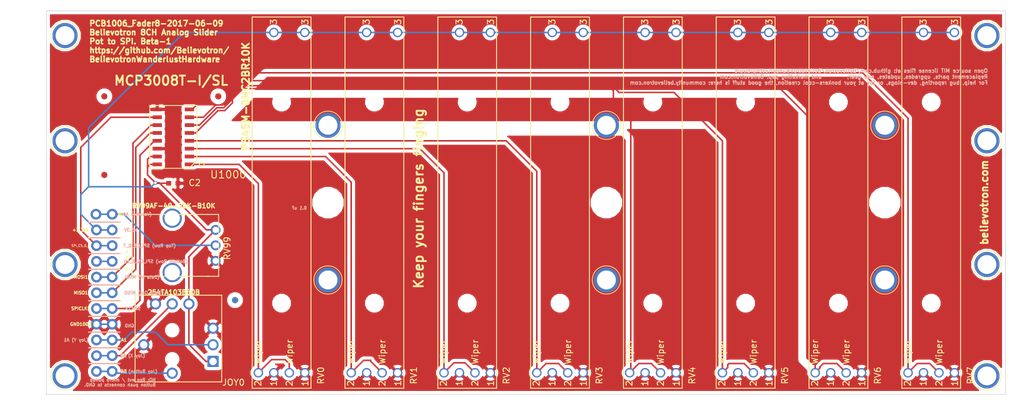
<source format=kicad_pcb>
(kicad_pcb (version 4) (host pcbnew 4.0.4-stable)

  (general
    (links 80)
    (no_connects 0)
    (area -7.588096 -63.75 185.860001 1.075)
    (thickness 1.6)
    (drawings 47)
    (tracks 169)
    (zones 0)
    (modules 46)
    (nets 20)
  )

  (page A4)
  (layers
    (0 F.Cu signal)
    (31 B.Cu signal)
    (32 B.Adhes user)
    (33 F.Adhes user)
    (34 B.Paste user)
    (35 F.Paste user)
    (36 B.SilkS user)
    (37 F.SilkS user)
    (38 B.Mask user)
    (39 F.Mask user)
    (40 Dwgs.User user hide)
    (41 Cmts.User user)
    (42 Eco1.User user)
    (43 Eco2.User user)
    (44 Edge.Cuts user)
    (45 Margin user)
    (46 B.CrtYd user)
    (47 F.CrtYd user hide)
    (48 B.Fab user)
    (49 F.Fab user)
  )

  (setup
    (last_trace_width 0.25)
    (trace_clearance 0.2)
    (zone_clearance 0.508)
    (zone_45_only no)
    (trace_min 0.2)
    (segment_width 0.2)
    (edge_width 0.1)
    (via_size 0.6)
    (via_drill 0.4)
    (via_min_size 0.4)
    (via_min_drill 0.3)
    (uvia_size 0.3)
    (uvia_drill 0.1)
    (uvias_allowed no)
    (uvia_min_size 0.2)
    (uvia_min_drill 0.1)
    (pcb_text_width 0.3)
    (pcb_text_size 1.5 1.5)
    (mod_edge_width 0.15)
    (mod_text_size 1 1)
    (mod_text_width 0.15)
    (pad_size 4.064 4.064)
    (pad_drill 4)
    (pad_to_mask_clearance 0)
    (aux_axis_origin 0 0)
    (grid_origin 3 -29.125)
    (visible_elements 7FFEFFFF)
    (pcbplotparams
      (layerselection 0x010fc_80000001)
      (usegerberextensions false)
      (excludeedgelayer true)
      (linewidth 0.100000)
      (plotframeref false)
      (viasonmask false)
      (mode 1)
      (useauxorigin false)
      (hpglpennumber 1)
      (hpglpenspeed 20)
      (hpglpendiameter 15)
      (hpglpenoverlay 2)
      (psnegative false)
      (psa4output false)
      (plotreference true)
      (plotvalue true)
      (plotinvisibletext false)
      (padsonsilk false)
      (subtractmaskfromsilk false)
      (outputformat 1)
      (mirror false)
      (drillshape 0)
      (scaleselection 1)
      (outputdirectory ""))
  )

  (net 0 "")
  (net 1 GND)
  (net 2 +3V3)
  (net 3 /MISO)
  (net 4 /MOSI)
  (net 5 /P0)
  (net 6 /P1)
  (net 7 /P2)
  (net 8 /P3)
  (net 9 /P4)
  (net 10 /P5)
  (net 11 /P6)
  (net 12 /P7)
  (net 13 /SPICLK)
  (net 14 /CS_R0_7)
  (net 15 /CS_LED_8_15)
  (net 16 "Net-(A1-Pad1)")
  (net 17 "Net-(A2-Pad1)")
  (net 18 "Net-(A3-Pad1)")
  (net 19 /VOLUME)

  (net_class Default "This is the default net class."
    (clearance 0.2)
    (trace_width 0.25)
    (via_dia 0.6)
    (via_drill 0.4)
    (uvia_dia 0.3)
    (uvia_drill 0.1)
    (add_net +3V3)
    (add_net /CS_LED_8_15)
    (add_net /CS_R0_7)
    (add_net /MISO)
    (add_net /MOSI)
    (add_net /P0)
    (add_net /P1)
    (add_net /P2)
    (add_net /P3)
    (add_net /P4)
    (add_net /P5)
    (add_net /P6)
    (add_net /P7)
    (add_net /SPICLK)
    (add_net /VOLUME)
    (add_net GND)
    (add_net "Net-(A1-Pad1)")
    (add_net "Net-(A2-Pad1)")
    (add_net "Net-(A3-Pad1)")
  )

  (module Connect:1pin (layer F.Cu) (tedit 58896D6E) (tstamp 593B36F8)
    (at 135.5 -18.5)
    (descr "module 1 pin (ou trou mecanique de percage)")
    (tags DEV)
    (fp_text reference REF** (at 0 -3.048) (layer F.SilkS) hide
      (effects (font (size 1 1) (thickness 0.15)))
    )
    (fp_text value 1pin (at 0 3) (layer F.Fab)
      (effects (font (size 1 1) (thickness 0.15)))
    )
    (fp_circle (center 0 0) (end 2 0.8) (layer F.Fab) (width 0.1))
    (fp_circle (center 0 0) (end 2.6 0) (layer F.CrtYd) (width 0.05))
    (fp_circle (center 0 0) (end 0 -2.286) (layer F.SilkS) (width 0.12))
    (pad 1 thru_hole circle (at 0 0) (size 4.064 4.064) (drill 3.048) (layers *.Cu *.Mask))
  )

  (module Connect:1pin (layer F.Cu) (tedit 58896D6E) (tstamp 593B36E0)
    (at 90.5 -18.5)
    (descr "module 1 pin (ou trou mecanique de percage)")
    (tags DEV)
    (fp_text reference REF** (at 0 -3.048) (layer F.SilkS) hide
      (effects (font (size 1 1) (thickness 0.15)))
    )
    (fp_text value 1pin (at 0 3) (layer F.Fab)
      (effects (font (size 1 1) (thickness 0.15)))
    )
    (fp_circle (center 0 0) (end 2 0.8) (layer F.Fab) (width 0.1))
    (fp_circle (center 0 0) (end 2.6 0) (layer F.CrtYd) (width 0.05))
    (fp_circle (center 0 0) (end 0 -2.286) (layer F.SilkS) (width 0.12))
    (pad 1 thru_hole circle (at 0 0) (size 4.064 4.064) (drill 3.048) (layers *.Cu *.Mask))
  )

  (module Connect:1pin (layer F.Cu) (tedit 58896D6E) (tstamp 593B36C6)
    (at 45.5 -18.5)
    (descr "module 1 pin (ou trou mecanique de percage)")
    (tags DEV)
    (fp_text reference REF** (at 0 -3.048) (layer F.SilkS) hide
      (effects (font (size 1 1) (thickness 0.15)))
    )
    (fp_text value 1pin (at 0 3) (layer F.Fab)
      (effects (font (size 1 1) (thickness 0.15)))
    )
    (fp_circle (center 0 0) (end 2 0.8) (layer F.Fab) (width 0.1))
    (fp_circle (center 0 0) (end 2.6 0) (layer F.CrtYd) (width 0.05))
    (fp_circle (center 0 0) (end 0 -2.286) (layer F.SilkS) (width 0.12))
    (pad 1 thru_hole circle (at 0 0) (size 4.064 4.064) (drill 3.048) (layers *.Cu *.Mask))
  )

  (module Fiducials:Fiducial_1mm_Dia_2.54mm_Outer_CopperTop (layer F.Cu) (tedit 593B19A4) (tstamp 593B355A)
    (at 9.35 -35.475)
    (descr "Circular Fiducial, 1mm bare copper top; 2.54mm keepout")
    (tags marker)
    (attr virtual)
    (fp_text reference REF** (at 3.4 0.7) (layer F.SilkS) hide
      (effects (font (size 1 1) (thickness 0.15)))
    )
    (fp_text value Fiducial_1mm_Dia_2.54mm_Outer_CopperTop (at 0 -1.8) (layer F.Fab)
      (effects (font (size 1 1) (thickness 0.15)))
    )
    (fp_circle (center 0 0) (end 1.55 0) (layer F.CrtYd) (width 0.05))
    (pad ~ smd circle (at 0 0) (size 1 1) (layers F.Cu F.Mask)
      (solder_mask_margin 0.77) (clearance 0.77))
  )

  (module Fiducials:Fiducial_1mm_Dia_2.54mm_Outer_CopperTop (layer F.Cu) (tedit 593B19A1) (tstamp 593B3554)
    (at 27.765 -48.175)
    (descr "Circular Fiducial, 1mm bare copper top; 2.54mm keepout")
    (tags marker)
    (attr virtual)
    (fp_text reference REF** (at 3.4 0.7) (layer F.SilkS) hide
      (effects (font (size 1 1) (thickness 0.15)))
    )
    (fp_text value Fiducial_1mm_Dia_2.54mm_Outer_CopperTop (at 0 -1.8) (layer F.Fab)
      (effects (font (size 1 1) (thickness 0.15)))
    )
    (fp_circle (center 0 0) (end 1.55 0) (layer F.CrtYd) (width 0.05))
    (pad ~ smd circle (at 0 0) (size 1 1) (layers F.Cu F.Mask)
      (solder_mask_margin 0.77) (clearance 0.77))
  )

  (module Connect:1pin (layer F.Cu) (tedit 58896D6E) (tstamp 593B15CC)
    (at 152 -21)
    (descr "module 1 pin (ou trou mecanique de percage)")
    (tags DEV)
    (fp_text reference REF** (at 0 -3.048) (layer F.SilkS) hide
      (effects (font (size 1 1) (thickness 0.15)))
    )
    (fp_text value 1pin (at 0 3) (layer F.Fab)
      (effects (font (size 1 1) (thickness 0.15)))
    )
    (fp_circle (center 0 0) (end 2 0.8) (layer F.Fab) (width 0.1))
    (fp_circle (center 0 0) (end 2.6 0) (layer F.CrtYd) (width 0.05))
    (fp_circle (center 0 0) (end 0 -2.286) (layer F.SilkS) (width 0.12))
    (pad 1 thru_hole circle (at 0 0) (size 4.064 4.064) (drill 3.048) (layers *.Cu *.Mask))
  )

  (module Connect:1pin (layer F.Cu) (tedit 58896D6E) (tstamp 593B189E)
    (at 135.5 -43.5)
    (descr "module 1 pin (ou trou mecanique de percage)")
    (tags DEV)
    (fp_text reference REF** (at 0 -3.048) (layer F.SilkS) hide
      (effects (font (size 1 1) (thickness 0.15)))
    )
    (fp_text value 1pin (at 0 3) (layer F.Fab)
      (effects (font (size 1 1) (thickness 0.15)))
    )
    (fp_circle (center 0 0) (end 2 0.8) (layer F.Fab) (width 0.1))
    (fp_circle (center 0 0) (end 2.6 0) (layer F.CrtYd) (width 0.05))
    (fp_circle (center 0 0) (end 0 -2.286) (layer F.SilkS) (width 0.12))
    (pad 1 thru_hole circle (at 0 0) (size 4.064 4.064) (drill 3.048) (layers *.Cu *.Mask))
  )

  (module Connect:1pin (layer F.Cu) (tedit 58896D6E) (tstamp 593B1873)
    (at 45.5 -43.5)
    (descr "module 1 pin (ou trou mecanique de percage)")
    (tags DEV)
    (fp_text reference REF** (at 0 -3.048) (layer F.SilkS) hide
      (effects (font (size 1 1) (thickness 0.15)))
    )
    (fp_text value 1pin (at 0 3) (layer F.Fab)
      (effects (font (size 1 1) (thickness 0.15)))
    )
    (fp_circle (center 0 0) (end 2 0.8) (layer F.Fab) (width 0.1))
    (fp_circle (center 0 0) (end 2.6 0) (layer F.CrtYd) (width 0.05))
    (fp_circle (center 0 0) (end 0 -2.286) (layer F.SilkS) (width 0.12))
    (pad 1 thru_hole circle (at 0 0) (size 4.064 4.064) (drill 3.048) (layers *.Cu *.Mask))
  )

  (module Connect:1pin (layer F.Cu) (tedit 58896D6E) (tstamp 593B1853)
    (at 90.5 -43.5)
    (descr "module 1 pin (ou trou mecanique de percage)")
    (tags DEV)
    (fp_text reference REF** (at 0 -3.048) (layer F.SilkS) hide
      (effects (font (size 1 1) (thickness 0.15)))
    )
    (fp_text value 1pin (at 0 3) (layer F.Fab)
      (effects (font (size 1 1) (thickness 0.15)))
    )
    (fp_circle (center 0 0) (end 2 0.8) (layer F.Fab) (width 0.1))
    (fp_circle (center 0 0) (end 2.6 0) (layer F.CrtYd) (width 0.05))
    (fp_circle (center 0 0) (end 0 -2.286) (layer F.SilkS) (width 0.12))
    (pad 1 thru_hole circle (at 0 0) (size 4.064 4.064) (drill 3.048) (layers *.Cu *.Mask))
  )

  (module Connect:1pin (layer F.Cu) (tedit 58896D6E) (tstamp 593B15DC)
    (at 152 -41)
    (descr "module 1 pin (ou trou mecanique de percage)")
    (tags DEV)
    (fp_text reference REF** (at 0 -3.048) (layer F.SilkS) hide
      (effects (font (size 1 1) (thickness 0.15)))
    )
    (fp_text value 1pin (at 0 3) (layer F.Fab)
      (effects (font (size 1 1) (thickness 0.15)))
    )
    (fp_circle (center 0 0) (end 2 0.8) (layer F.Fab) (width 0.1))
    (fp_circle (center 0 0) (end 2.6 0) (layer F.CrtYd) (width 0.05))
    (fp_circle (center 0 0) (end 0 -2.286) (layer F.SilkS) (width 0.12))
    (pad 1 thru_hole circle (at 0 0) (size 4.064 4.064) (drill 3.048) (layers *.Cu *.Mask))
  )

  (module Connect:1pin (layer F.Cu) (tedit 58896E61) (tstamp 593B15BD)
    (at 3 -21)
    (descr "module 1 pin (ou trou mecanique de percage)")
    (tags DEV)
    (fp_text reference REF** (at 0 -3.048) (layer F.SilkS) hide
      (effects (font (size 1 1) (thickness 0.15)))
    )
    (fp_text value 1pin (at 0 3) (layer F.Fab)
      (effects (font (size 1 1) (thickness 0.15)))
    )
    (fp_circle (center 0 0) (end 2 0.8) (layer F.Fab) (width 0.1))
    (fp_circle (center 0 0) (end 2.6 0) (layer F.CrtYd) (width 0.05))
    (fp_circle (center 0 0) (end 0 -2.286) (layer F.SilkS) (width 0.12))
    (pad 1 thru_hole circle (at 0 0) (size 4.064 4.064) (drill 3.048) (layers *.Cu *.Mask))
  )

  (module Connect:1pin (layer F.Cu) (tedit 58896E61) (tstamp 593B15AE)
    (at 3 -41)
    (descr "module 1 pin (ou trou mecanique de percage)")
    (tags DEV)
    (fp_text reference REF** (at 0 -3.048) (layer F.SilkS) hide
      (effects (font (size 1 1) (thickness 0.15)))
    )
    (fp_text value 1pin (at 0 3) (layer F.Fab)
      (effects (font (size 1 1) (thickness 0.15)))
    )
    (fp_circle (center 0 0) (end 2 0.8) (layer F.Fab) (width 0.1))
    (fp_circle (center 0 0) (end 2.6 0) (layer F.CrtYd) (width 0.05))
    (fp_circle (center 0 0) (end 0 -2.286) (layer F.SilkS) (width 0.12))
    (pad 1 thru_hole circle (at 0 0) (size 4.064 4.064) (drill 3.048) (layers *.Cu *.Mask))
  )

  (module Liberry:single_0.1 (layer F.Cu) (tedit 58DE829B) (tstamp 58DE82A4)
    (at 8.08 -3.725)
    (descr "10 pins through hole IDC header")
    (tags "IDC header socket VASCH")
    (path /58337619)
    (fp_text reference A3 (at 1.905 0) (layer F.SilkS) hide
      (effects (font (size 0.5 0.5) (thickness 0.125)))
    )
    (fp_text value CONN_01X01 (at 0 2.54) (layer F.Fab)
      (effects (font (size 1 1) (thickness 0.15)))
    )
    (pad 1 thru_hole circle (at 0 0) (size 1.7272 1.7272) (drill 1.016) (layers *.Cu *.Mask)
      (net 18 "Net-(A3-Pad1)"))
  )

  (module Liberry:single_0.1 (layer F.Cu) (tedit 58DE829E) (tstamp 58DE829F)
    (at 8.08 -6.265)
    (descr "10 pins through hole IDC header")
    (tags "IDC header socket VASCH")
    (path /58337609)
    (fp_text reference A2 (at 1.905 0) (layer F.SilkS) hide
      (effects (font (size 0.5 0.5) (thickness 0.125)))
    )
    (fp_text value CONN_01X01 (at 0 2.54) (layer F.Fab)
      (effects (font (size 1 1) (thickness 0.15)))
    )
    (pad 1 thru_hole circle (at 0 0) (size 1.7272 1.7272) (drill 1.016) (layers *.Cu *.Mask)
      (net 17 "Net-(A2-Pad1)"))
  )

  (module Liberry:single_0.1 (layer F.Cu) (tedit 58DE82A1) (tstamp 58DE829A)
    (at 8.08 -8.805)
    (descr "10 pins through hole IDC header")
    (tags "IDC header socket VASCH")
    (path /5833717C)
    (fp_text reference A1 (at 1.905 0) (layer F.SilkS) hide
      (effects (font (size 0.5 0.5) (thickness 0.125)))
    )
    (fp_text value CONN_01X01 (at 0 2.54) (layer F.Fab)
      (effects (font (size 1 1) (thickness 0.15)))
    )
    (pad 1 thru_hole circle (at 0 0) (size 1.7272 1.7272) (drill 1.016) (layers *.Cu *.Mask)
      (net 16 "Net-(A1-Pad1)"))
  )

  (module Liberry:single_0.1 (layer F.Cu) (tedit 58DE8267) (tstamp 58DE825D)
    (at 8 -29.125)
    (descr "10 pins through hole IDC header")
    (tags "IDC header socket VASCH")
    (path /58336F43)
    (fp_text reference A0 (at 1.38 0) (layer F.SilkS) hide
      (effects (font (size 0.5 0.5) (thickness 0.125)))
    )
    (fp_text value CONN_01X01 (at 0 2.54) (layer F.Fab)
      (effects (font (size 1 1) (thickness 0.15)))
    )
    (pad 1 thru_hole circle (at 0 0) (size 1.7272 1.7272) (drill 1.016) (layers *.Cu *.Mask)
      (net 19 /VOLUME))
  )

  (module Liberry:RV09AF-40-20K-B10K (layer F.Cu) (tedit 582DFFE1) (tstamp 58810D39)
    (at 20.32 -24.094 90)
    (path /58810DA5)
    (fp_text reference RV99 (at -0.472 8.89 270) (layer F.SilkS)
      (effects (font (size 1 1) (thickness 0.15)))
    )
    (fp_text value POT (at 1 9.5052 90) (layer F.Fab)
      (effects (font (size 1 1) (thickness 0.15)))
    )
    (fp_line (start 7.5 -8.9948) (end -7.5 -8.9948) (layer F.CrtYd) (width 0.15))
    (fp_line (start 7.5 8.5052) (end 7.5 -8.9948) (layer F.CrtYd) (width 0.15))
    (fp_line (start -7.5 8.5052) (end 7.5 8.5052) (layer F.CrtYd) (width 0.15))
    (fp_line (start -7.5 -8.9948) (end -7.5 8.5052) (layer F.CrtYd) (width 0.15))
    (fp_line (start -5 7.5052) (end -5 5.5052) (layer F.SilkS) (width 0.15))
    (fp_line (start 5 7.5052) (end 5 5.5052) (layer F.SilkS) (width 0.15))
    (fp_line (start -5 6.0052) (end -5 -6.4948) (layer F.SilkS) (width 0.15))
    (fp_line (start 5 7.5052) (end -5 7.5052) (layer F.SilkS) (width 0.15))
    (fp_line (start 5 -6.4948) (end 5 6.0052) (layer F.SilkS) (width 0.15))
    (fp_line (start -5 -6.4948) (end 5 -6.4948) (layer F.SilkS) (width 0.15))
    (pad "" thru_hole circle (at -4.3942 0 90) (size 3.1 3.1) (drill 2.5) (layers *.Cu *.Mask))
    (pad "" thru_hole circle (at 4.3942 0 90) (size 3.1 3.1) (drill 2.5) (layers *.Cu *.Mask))
    (pad 3 thru_hole circle (at -2.5 7.0104 90) (size 1.6 1.6) (drill 1) (layers *.Cu *.Mask)
      (net 1 GND))
    (pad 2 thru_hole circle (at 0 7.0104 90) (size 1.6 1.6) (drill 1) (layers *.Cu *.Mask)
      (net 19 /VOLUME))
    (pad 1 thru_hole circle (at 2.5 7.0104 90) (size 1.6 1.6) (drill 1) (layers *.Cu *.Mask)
      (net 2 +3V3))
  )

  (module Fiducials:Fiducial_1mm_Dia_2.54mm_Outer_CopperBottom (layer F.Cu) (tedit 58896CF4) (tstamp 58899043)
    (at 30.48 -15.24)
    (descr "Circular Fiducial, 1mm bare copper bottom; 2.54mm keepout")
    (tags marker)
    (attr virtual)
    (fp_text reference REF** (at 3.4 0.7) (layer F.SilkS) hide
      (effects (font (size 1 1) (thickness 0.15)))
    )
    (fp_text value Fiducial_1mm_Dia_2.54mm_Outer_CopperBottom (at 0 -1.8) (layer F.Fab)
      (effects (font (size 1 1) (thickness 0.15)))
    )
    (fp_circle (center 0 0) (end 1.55 0) (layer B.CrtYd) (width 0.05))
    (pad ~ smd circle (at 0 0) (size 1 1) (layers B.Cu B.Mask)
      (solder_mask_margin 0.77) (clearance 0.77))
  )

  (module Fiducials:Fiducial_1mm_Dia_2.54mm_Outer_CopperTop (layer F.Cu) (tedit 58896B7C) (tstamp 58899026)
    (at 30.48 -15.24)
    (descr "Circular Fiducial, 1mm bare copper top; 2.54mm keepout")
    (tags marker)
    (attr virtual)
    (fp_text reference REF** (at 3.4 0.7) (layer F.SilkS) hide
      (effects (font (size 1 1) (thickness 0.15)))
    )
    (fp_text value Fiducial_1mm_Dia_2.54mm_Outer_CopperTop (at 0 -1.8) (layer F.Fab)
      (effects (font (size 1 1) (thickness 0.15)))
    )
    (fp_circle (center 0 0) (end 1.55 0) (layer F.CrtYd) (width 0.05))
    (pad ~ smd circle (at 0 0) (size 1 1) (layers F.Cu F.Mask)
      (solder_mask_margin 0.77) (clearance 0.77))
  )

  (module Liberry:TH_0.1_1x2_Jumper (layer F.Cu) (tedit 58896CD6) (tstamp 586AD805)
    (at 8.08 -21.505)
    (descr "10 pins through hole IDC header")
    (tags "IDC header socket VASCH")
    (path /582F4190)
    (fp_text reference SPI_CS_8_15 (at 4.92 -0.12 90) (layer F.SilkS)
      (effects (font (size 0.35 0.35) (thickness 0.0625)))
    )
    (fp_text value CONN_01X01 (at 0 2.54) (layer F.Fab)
      (effects (font (size 1 1) (thickness 0.15)))
    )
    (fp_line (start -1.27 1.27) (end 3.81 1.27) (layer F.SilkS) (width 0.15))
    (fp_line (start -1.27 -1.27) (end 3.81 -1.27) (layer F.SilkS) (width 0.15))
    (pad 1 thru_hole circle (at 0 0) (size 1.7272 1.7272) (drill 1.016) (layers *.Cu *.Mask)
      (net 15 /CS_LED_8_15))
    (pad 1 thru_hole circle (at 2.54 0) (size 1.7272 1.7272) (drill 1.016) (layers *.Cu *.Mask)
      (net 15 /CS_LED_8_15))
  )

  (module Liberry:TH_0.1_1x2_Jumper (layer F.Cu) (tedit 58DE86CB) (tstamp 586AD7FD)
    (at 8.08 -24.045)
    (descr "10 pins through hole IDC header")
    (tags "IDC header socket VASCH")
    (path /582E534D)
    (fp_text reference SPI_CS_0_7 (at -2.54 0) (layer F.SilkS)
      (effects (font (size 0.38 0.35) (thickness 0.0625)))
    )
    (fp_text value CONN_01X01 (at 0 2.54) (layer F.Fab)
      (effects (font (size 1 1) (thickness 0.15)))
    )
    (fp_line (start -1.27 1.27) (end 3.81 1.27) (layer F.SilkS) (width 0.15))
    (fp_line (start -1.27 -1.27) (end 3.81 -1.27) (layer F.SilkS) (width 0.15))
    (pad 1 thru_hole circle (at 0 0) (size 1.7272 1.7272) (drill 1.016) (layers *.Cu *.Mask)
      (net 14 /CS_R0_7))
    (pad 1 thru_hole circle (at 2.54 0) (size 1.7272 1.7272) (drill 1.016) (layers *.Cu *.Mask)
      (net 14 /CS_R0_7))
  )

  (module Liberry:TH_0.1_1x2_Jumper (layer F.Cu) (tedit 58684C64) (tstamp 586AD7F5)
    (at 8.08 -13.885)
    (descr "10 pins through hole IDC header")
    (tags "IDC header socket VASCH")
    (path /582E523F)
    (fp_text reference SPICLK1 (at -2.54 0) (layer F.SilkS)
      (effects (font (size 0.5 0.5) (thickness 0.125)))
    )
    (fp_text value CONN_01X01 (at 0 2.54) (layer F.Fab)
      (effects (font (size 1 1) (thickness 0.15)))
    )
    (fp_line (start -1.27 1.27) (end 3.81 1.27) (layer F.SilkS) (width 0.15))
    (fp_line (start -1.27 -1.27) (end 3.81 -1.27) (layer F.SilkS) (width 0.15))
    (pad 1 thru_hole circle (at 0 0) (size 1.7272 1.7272) (drill 1.016) (layers *.Cu *.Mask)
      (net 13 /SPICLK))
    (pad 1 thru_hole circle (at 2.54 0) (size 1.7272 1.7272) (drill 1.016) (layers *.Cu *.Mask)
      (net 13 /SPICLK))
  )

  (module Liberry:TH_0.1_1x2_Jumper (layer F.Cu) (tedit 58684C64) (tstamp 586AD7ED)
    (at 8.08 -18.965)
    (descr "10 pins through hole IDC header")
    (tags "IDC header socket VASCH")
    (path /582E505A)
    (fp_text reference MOSI1 (at -2.54 0) (layer F.SilkS)
      (effects (font (size 0.5 0.5) (thickness 0.125)))
    )
    (fp_text value CONN_01X01 (at 0 2.54) (layer F.Fab)
      (effects (font (size 1 1) (thickness 0.15)))
    )
    (fp_line (start -1.27 1.27) (end 3.81 1.27) (layer F.SilkS) (width 0.15))
    (fp_line (start -1.27 -1.27) (end 3.81 -1.27) (layer F.SilkS) (width 0.15))
    (pad 1 thru_hole circle (at 0 0) (size 1.7272 1.7272) (drill 1.016) (layers *.Cu *.Mask)
      (net 4 /MOSI))
    (pad 1 thru_hole circle (at 2.54 0) (size 1.7272 1.7272) (drill 1.016) (layers *.Cu *.Mask)
      (net 4 /MOSI))
  )

  (module Liberry:TH_0.1_1x2_Jumper (layer F.Cu) (tedit 58684C64) (tstamp 586AD7E5)
    (at 8.08 -16.425)
    (descr "10 pins through hole IDC header")
    (tags "IDC header socket VASCH")
    (path /582E561D)
    (fp_text reference MISO1 (at -2.54 0) (layer F.SilkS)
      (effects (font (size 0.5 0.5) (thickness 0.125)))
    )
    (fp_text value CONN_01X01 (at 0 2.54) (layer F.Fab)
      (effects (font (size 1 1) (thickness 0.15)))
    )
    (fp_line (start -1.27 1.27) (end 3.81 1.27) (layer F.SilkS) (width 0.15))
    (fp_line (start -1.27 -1.27) (end 3.81 -1.27) (layer F.SilkS) (width 0.15))
    (pad 1 thru_hole circle (at 0 0) (size 1.7272 1.7272) (drill 1.016) (layers *.Cu *.Mask)
      (net 3 /MISO))
    (pad 1 thru_hole circle (at 2.54 0) (size 1.7272 1.7272) (drill 1.016) (layers *.Cu *.Mask)
      (net 3 /MISO))
  )

  (module Liberry:TH_0.1_1x2_Jumper (layer F.Cu) (tedit 58684C64) (tstamp 586AD7DD)
    (at 8.08 -11.345)
    (descr "10 pins through hole IDC header")
    (tags "IDC header socket VASCH")
    (path /582EB90D)
    (fp_text reference GND1000 (at -2.54 0) (layer F.SilkS)
      (effects (font (size 0.5 0.5) (thickness 0.125)))
    )
    (fp_text value CONN_01X01 (at 0 2.54) (layer F.Fab)
      (effects (font (size 1 1) (thickness 0.15)))
    )
    (fp_line (start -1.27 1.27) (end 3.81 1.27) (layer F.SilkS) (width 0.15))
    (fp_line (start -1.27 -1.27) (end 3.81 -1.27) (layer F.SilkS) (width 0.15))
    (pad 1 thru_hole circle (at 0 0) (size 1.7272 1.7272) (drill 1.016) (layers *.Cu *.Mask)
      (net 1 GND))
    (pad 1 thru_hole circle (at 2.54 0) (size 1.7272 1.7272) (drill 1.016) (layers *.Cu *.Mask)
      (net 1 GND))
  )

  (module Liberry:TH_0.1_1x2_Jumper (layer F.Cu) (tedit 58684C64) (tstamp 586AD7AD)
    (at 8.08 -26.585)
    (descr "10 pins through hole IDC header")
    (tags "IDC header socket VASCH")
    (path /582EB30E)
    (fp_text reference +3.3V1 (at -2.54 0) (layer F.SilkS)
      (effects (font (size 0.5 0.5) (thickness 0.125)))
    )
    (fp_text value CONN_01X01 (at 0 2.54) (layer F.Fab)
      (effects (font (size 1 1) (thickness 0.15)))
    )
    (fp_line (start -1.27 1.27) (end 3.81 1.27) (layer F.SilkS) (width 0.15))
    (fp_line (start -1.27 -1.27) (end 3.81 -1.27) (layer F.SilkS) (width 0.15))
    (pad 1 thru_hole circle (at 0 0) (size 1.7272 1.7272) (drill 1.016) (layers *.Cu *.Mask)
      (net 2 +3V3))
    (pad 1 thru_hole circle (at 2.54 0) (size 1.7272 1.7272) (drill 1.016) (layers *.Cu *.Mask)
      (net 2 +3V3))
  )

  (module Connect:1pin (layer F.Cu) (tedit 58896D66) (tstamp 582F53C3)
    (at 152 -58)
    (descr "module 1 pin (ou trou mecanique de percage)")
    (tags DEV)
    (fp_text reference REF** (at 0 -3.048) (layer F.SilkS) hide
      (effects (font (size 1 1) (thickness 0.15)))
    )
    (fp_text value 1pin (at 0 3) (layer F.Fab)
      (effects (font (size 1 1) (thickness 0.15)))
    )
    (fp_circle (center 0 0) (end 2 0.8) (layer F.Fab) (width 0.1))
    (fp_circle (center 0 0) (end 2.6 0) (layer F.CrtYd) (width 0.05))
    (fp_circle (center 0 0) (end 0 -2.286) (layer F.SilkS) (width 0.12))
    (pad 1 thru_hole circle (at 0 0) (size 4.064 4.064) (drill 3.048) (layers *.Cu *.Mask))
  )

  (module Capacitors_SMD:C_0603 (layer F.Cu) (tedit 5415D631) (tstamp 582F4297)
    (at 20.5 -34.125)
    (descr "Capacitor SMD 0603, reflow soldering, AVX (see smccp.pdf)")
    (tags "capacitor 0603")
    (path /582F4165)
    (attr smd)
    (fp_text reference C2 (at 3.455 -0.08) (layer F.SilkS)
      (effects (font (size 1 1) (thickness 0.15)))
    )
    (fp_text value 0.1u (at 0 1.9) (layer F.Fab)
      (effects (font (size 1 1) (thickness 0.15)))
    )
    (fp_line (start -0.8 0.4) (end -0.8 -0.4) (layer F.Fab) (width 0.1))
    (fp_line (start 0.8 0.4) (end -0.8 0.4) (layer F.Fab) (width 0.1))
    (fp_line (start 0.8 -0.4) (end 0.8 0.4) (layer F.Fab) (width 0.1))
    (fp_line (start -0.8 -0.4) (end 0.8 -0.4) (layer F.Fab) (width 0.1))
    (fp_line (start -1.45 -0.75) (end 1.45 -0.75) (layer F.CrtYd) (width 0.05))
    (fp_line (start -1.45 0.75) (end 1.45 0.75) (layer F.CrtYd) (width 0.05))
    (fp_line (start -1.45 -0.75) (end -1.45 0.75) (layer F.CrtYd) (width 0.05))
    (fp_line (start 1.45 -0.75) (end 1.45 0.75) (layer F.CrtYd) (width 0.05))
    (fp_line (start -0.35 -0.6) (end 0.35 -0.6) (layer F.SilkS) (width 0.12))
    (fp_line (start 0.35 0.6) (end -0.35 0.6) (layer F.SilkS) (width 0.12))
    (pad 1 smd rect (at -0.75 0) (size 0.8 0.75) (layers F.Cu F.Paste F.Mask)
      (net 2 +3V3))
    (pad 2 smd rect (at 0.75 0) (size 0.8 0.75) (layers F.Cu F.Paste F.Mask)
      (net 1 GND))
    (model Capacitors_SMD.3dshapes/C_0603.wrl
      (at (xyz 0 0 0))
      (scale (xyz 1 1 1))
      (rotate (xyz 0 0 0))
    )
  )

  (module Connect:1pin (layer F.Cu) (tedit 58896D6E) (tstamp 582F5458)
    (at 152 -3)
    (descr "module 1 pin (ou trou mecanique de percage)")
    (tags DEV)
    (fp_text reference REF** (at 0 -3.048) (layer F.SilkS) hide
      (effects (font (size 1 1) (thickness 0.15)))
    )
    (fp_text value 1pin (at 0 3) (layer F.Fab)
      (effects (font (size 1 1) (thickness 0.15)))
    )
    (fp_circle (center 0 0) (end 2 0.8) (layer F.Fab) (width 0.1))
    (fp_circle (center 0 0) (end 2.6 0) (layer F.CrtYd) (width 0.05))
    (fp_circle (center 0 0) (end 0 -2.286) (layer F.SilkS) (width 0.12))
    (pad 1 thru_hole circle (at 0 0) (size 4.064 4.064) (drill 3.048) (layers *.Cu *.Mask))
  )

  (module Connect:1pin (layer F.Cu) (tedit 58896CB2) (tstamp 582F5472)
    (at 3 -3)
    (descr "module 1 pin (ou trou mecanique de percage)")
    (tags DEV)
    (fp_text reference REF** (at 0 -3.048) (layer F.SilkS) hide
      (effects (font (size 1 1) (thickness 0.15)))
    )
    (fp_text value 1pin (at 0 3) (layer F.Fab)
      (effects (font (size 1 1) (thickness 0.15)))
    )
    (fp_circle (center 0 0) (end 2 0.8) (layer F.Fab) (width 0.1))
    (fp_circle (center 0 0) (end 2.6 0) (layer F.CrtYd) (width 0.05))
    (fp_circle (center 0 0) (end 0 -2.286) (layer F.SilkS) (width 0.12))
    (pad 1 thru_hole circle (at 0 0) (size 4.064 4.064) (drill 3.048) (layers *.Cu *.Mask))
  )

  (module Connect:1pin (layer F.Cu) (tedit 58896E61) (tstamp 582F547F)
    (at 3 -58)
    (descr "module 1 pin (ou trou mecanique de percage)")
    (tags DEV)
    (fp_text reference REF** (at 0 -3.048) (layer F.SilkS) hide
      (effects (font (size 1 1) (thickness 0.15)))
    )
    (fp_text value 1pin (at 0 3) (layer F.Fab)
      (effects (font (size 1 1) (thickness 0.15)))
    )
    (fp_circle (center 0 0) (end 2 0.8) (layer F.Fab) (width 0.1))
    (fp_circle (center 0 0) (end 2.6 0) (layer F.CrtYd) (width 0.05))
    (fp_circle (center 0 0) (end 0 -2.286) (layer F.SilkS) (width 0.12))
    (pad 1 thru_hole circle (at 0 0) (size 4.064 4.064) (drill 3.048) (layers *.Cu *.Mask))
  )

  (module Liberry:SOIC-16 (layer F.Cu) (tedit 582E0477) (tstamp 582E11C5)
    (at 20.5 -41.625 90)
    (path /582E69F5)
    (fp_text reference U1000 (at -6.096 8.89 180) (layer F.SilkS)
      (effects (font (size 1.2 1.2) (thickness 0.15)))
    )
    (fp_text value MCP3008T-I/SL (at 0 0 90) (layer F.Fab)
      (effects (font (size 1.2 1.2) (thickness 0.15)))
    )
    (fp_circle (center -4.445 4.572) (end -4.191 4.318) (layer F.SilkS) (width 0.15))
    (fp_line (start 5.08 3.81) (end 5.08 -3.81) (layer F.SilkS) (width 0.15))
    (fp_line (start -3.81 3.81) (end 5.08 3.81) (layer F.SilkS) (width 0.15))
    (fp_line (start -5.08 2.54) (end -3.81 3.81) (layer F.SilkS) (width 0.15))
    (fp_line (start -5.08 -3.81) (end -5.08 2.54) (layer F.SilkS) (width 0.15))
    (fp_line (start 5.08 -3.81) (end -5.08 -3.81) (layer F.SilkS) (width 0.15))
    (pad 16 smd rect (at -4.445 -2.6 90) (size 0.6 1.5) (layers F.Cu F.Paste F.Mask)
      (net 2 +3V3))
    (pad 1 smd rect (at -4.445 2.6 90) (size 0.6 1.5) (layers F.Cu F.Paste F.Mask)
      (net 5 /P0))
    (pad 15 smd rect (at -3.175 -2.6 90) (size 0.6 1.5) (layers F.Cu F.Paste F.Mask)
      (net 2 +3V3))
    (pad 2 smd rect (at -3.175 2.6 90) (size 0.6 1.5) (layers F.Cu F.Paste F.Mask)
      (net 6 /P1))
    (pad 14 smd rect (at -1.905 -2.6 90) (size 0.6 1.5) (layers F.Cu F.Paste F.Mask)
      (net 1 GND))
    (pad 3 smd rect (at -1.905 2.6 90) (size 0.6 1.5) (layers F.Cu F.Paste F.Mask)
      (net 7 /P2))
    (pad 13 smd rect (at -0.635 -2.6 90) (size 0.6 1.5) (layers F.Cu F.Paste F.Mask)
      (net 13 /SPICLK))
    (pad 4 smd rect (at -0.635 2.6 90) (size 0.6 1.5) (layers F.Cu F.Paste F.Mask)
      (net 8 /P3))
    (pad 12 smd rect (at 0.635 -2.6 90) (size 0.6 1.5) (layers F.Cu F.Paste F.Mask)
      (net 3 /MISO))
    (pad 5 smd rect (at 0.635 2.6 90) (size 0.6 1.5) (layers F.Cu F.Paste F.Mask)
      (net 9 /P4))
    (pad 11 smd rect (at 1.905 -2.6 90) (size 0.6 1.5) (layers F.Cu F.Paste F.Mask)
      (net 4 /MOSI))
    (pad 6 smd rect (at 1.905 2.6 90) (size 0.6 1.5) (layers F.Cu F.Paste F.Mask)
      (net 10 /P5))
    (pad 10 smd rect (at 3.175 -2.6 90) (size 0.6 1.5) (layers F.Cu F.Paste F.Mask)
      (net 14 /CS_R0_7))
    (pad 7 smd rect (at 3.175 2.6 90) (size 0.6 1.5) (layers F.Cu F.Paste F.Mask)
      (net 11 /P6))
    (pad 9 smd rect (at 4.445 -2.6 90) (size 0.6 1.5) (layers F.Cu F.Paste F.Mask)
      (net 1 GND))
    (pad 8 smd rect (at 4.445 2.6 90) (size 0.6 1.5) (layers F.Cu F.Paste F.Mask)
      (net 12 /P7))
  )

  (module Liberry:XY_JOY_254TA103B50B (layer F.Cu) (tedit 5880E865) (tstamp 58810D26)
    (at 20.32 -8.0314 180)
    (path /5880F7E5)
    (fp_text reference JOY0 (at -9.906 -6.096 180) (layer F.SilkS)
      (effects (font (size 1 1) (thickness 0.15)))
    )
    (fp_text value XYJOY (at 0 9 180) (layer F.Fab)
      (effects (font (size 1 1) (thickness 0.15)))
    )
    (fp_line (start 6 8) (end -8 8) (layer F.SilkS) (width 0.15))
    (fp_line (start 6 -6) (end 6 8) (layer F.SilkS) (width 0.15))
    (fp_line (start -8 -6) (end 6 -6) (layer F.SilkS) (width 0.15))
    (fp_line (start -8 8) (end -8 -6) (layer F.SilkS) (width 0.15))
    (pad R1.1 thru_hole rect (at -6.6 -2.7 180) (size 1.8 1.8) (drill 1.2) (layers *.Cu *.Mask)
      (net 2 +3V3))
    (pad R1.2 thru_hole circle (at -6.6 0 180) (size 1.8 1.8) (drill 1.2) (layers *.Cu *.Mask)
      (net 16 "Net-(A1-Pad1)"))
    (pad R1.3 thru_hole circle (at -6.6 2.675 180) (size 1.8 1.8) (drill 1.2) (layers *.Cu *.Mask)
      (net 1 GND))
    (pad R2.1 thru_hole circle (at -2.7 6.6 180) (size 1.8 1.8) (drill 1.2) (layers *.Cu *.Mask)
      (net 2 +3V3))
    (pad R2.2 thru_hole circle (at 0 6.6 180) (size 1.8 1.8) (drill 1.2) (layers *.Cu *.Mask)
      (net 17 "Net-(A2-Pad1)"))
    (pad R2.3 thru_hole circle (at 2.7 6.6 180) (size 1.8 1.8) (drill 1.2) (layers *.Cu *.Mask)
      (net 1 GND))
    (pad S1.1 thru_hole circle (at 4.6 0 180) (size 1.8 1.8) (drill 1.2) (layers *.Cu *.Mask)
      (net 1 GND))
    (pad S1.2 thru_hole circle (at 0 -4.6 180) (size 1.8 1.8) (drill 1.2) (layers *.Cu *.Mask)
      (net 18 "Net-(A3-Pad1)"))
    (pad "" np_thru_hole circle (at 0 2.35 180) (size 1.3 1.3) (drill 1.3) (layers *.Cu *.Mask))
    (pad "" np_thru_hole circle (at 0 -2.35 180) (size 1.3 1.3) (drill 1.3) (layers *.Cu *.Mask))
  )

  (module Liberry:single_0.1 (layer F.Cu) (tedit 5829F5BC) (tstamp 58896A16)
    (at 10.62 -29.125)
    (descr "10 pins through hole IDC header")
    (tags "IDC header socket VASCH")
    (path /58336F43)
    (fp_text reference A0 (at 1.38 0) (layer F.SilkS)
      (effects (font (size 0.5 0.5) (thickness 0.125)))
    )
    (fp_text value CONN_01X01 (at 0 2.54) (layer F.Fab)
      (effects (font (size 1 1) (thickness 0.15)))
    )
    (pad 1 thru_hole circle (at 0 0) (size 1.7272 1.7272) (drill 1.016) (layers *.Cu *.Mask)
      (net 19 /VOLUME))
  )

  (module Liberry:single_0.1 (layer F.Cu) (tedit 5829F5BC) (tstamp 58896A1B)
    (at 10.62 -8.805)
    (descr "10 pins through hole IDC header")
    (tags "IDC header socket VASCH")
    (path /5833717C)
    (fp_text reference A1 (at 1.905 0) (layer F.SilkS)
      (effects (font (size 0.5 0.5) (thickness 0.125)))
    )
    (fp_text value CONN_01X01 (at 0 2.54) (layer F.Fab)
      (effects (font (size 1 1) (thickness 0.15)))
    )
    (pad 1 thru_hole circle (at 0 0) (size 1.7272 1.7272) (drill 1.016) (layers *.Cu *.Mask)
      (net 16 "Net-(A1-Pad1)"))
  )

  (module Liberry:single_0.1 (layer F.Cu) (tedit 5829F5BC) (tstamp 58896A20)
    (at 10.62 -6.265)
    (descr "10 pins through hole IDC header")
    (tags "IDC header socket VASCH")
    (path /58337609)
    (fp_text reference A2 (at 1.905 0) (layer F.SilkS)
      (effects (font (size 0.5 0.5) (thickness 0.125)))
    )
    (fp_text value CONN_01X01 (at 0 2.54) (layer F.Fab)
      (effects (font (size 1 1) (thickness 0.15)))
    )
    (pad 1 thru_hole circle (at 0 0) (size 1.7272 1.7272) (drill 1.016) (layers *.Cu *.Mask)
      (net 17 "Net-(A2-Pad1)"))
  )

  (module Liberry:single_0.1 (layer F.Cu) (tedit 5829F5BC) (tstamp 58896A25)
    (at 10.62 -3.725)
    (descr "10 pins through hole IDC header")
    (tags "IDC header socket VASCH")
    (path /58337619)
    (fp_text reference A3 (at 1.905 0) (layer F.SilkS)
      (effects (font (size 0.5 0.5) (thickness 0.125)))
    )
    (fp_text value CONN_01X01 (at 0 2.54) (layer F.Fab)
      (effects (font (size 1 1) (thickness 0.15)))
    )
    (pad 1 thru_hole circle (at 0 0) (size 1.7272 1.7272) (drill 1.016) (layers *.Cu *.Mask)
      (net 18 "Net-(A3-Pad1)"))
  )

  (module Liberry:LINEAR_POT_TT_ELECTRONICS_PS45M (layer F.Cu) (tedit 593B0C5E) (tstamp 593B120B)
    (at 38 -31 90)
    (path /582E5E9A)
    (fp_text reference RV0 (at -27.94 6.35 90) (layer F.SilkS)
      (effects (font (size 1 1) (thickness 0.15)))
    )
    (fp_text value POT (at 0.254 6.35 90) (layer F.Fab)
      (effects (font (size 1 1) (thickness 0.15)))
    )
    (fp_text user Wiper (at -24.13 1.27 90) (layer F.SilkS)
      (effects (font (size 1 1) (thickness 0.15)))
    )
    (fp_text user Wiper (at -24.13 -3.81 90) (layer F.SilkS)
      (effects (font (size 1 1) (thickness 0.15)))
    )
    (fp_text user 3 (at 29.21 -1.27 90) (layer F.SilkS)
      (effects (font (size 1 1) (thickness 0.15)))
    )
    (fp_text user 3 (at 29.21 3.81 90) (layer F.SilkS)
      (effects (font (size 1 1) (thickness 0.15)))
    )
    (fp_text user 2 (at -29.21 -3.81 90) (layer F.SilkS)
      (effects (font (size 1 1) (thickness 0.15)))
    )
    (fp_text user 1 (at -29.21 -1.27 90) (layer F.SilkS)
      (effects (font (size 1 1) (thickness 0.15)))
    )
    (fp_text user 2 (at -29.21 1.27 90) (layer F.SilkS)
      (effects (font (size 1 1) (thickness 0.15)))
    )
    (fp_text user 1 (at -29.21 3.81 90) (layer F.SilkS)
      (effects (font (size 1 1) (thickness 0.15)))
    )
    (fp_line (start 30 -4.75) (end 30 4.75) (layer F.SilkS) (width 0.15))
    (fp_line (start -30 4.75) (end -30 -4.75) (layer F.SilkS) (width 0.15))
    (fp_line (start -30 4.75) (end 30 4.75) (layer F.SilkS) (width 0.15))
    (fp_line (start -30 -4.75) (end 30 -4.75) (layer F.SilkS) (width 0.15))
    (pad 2 thru_hole circle (at -27.5 -3.75 90) (size 1.524 1.524) (drill 1.1) (layers *.Cu *.Mask)
      (net 5 /P0))
    (pad 2 thru_hole circle (at -27.5 1.25 90) (size 1.524 1.524) (drill 1.1) (layers *.Cu *.Mask)
      (net 5 /P0))
    (pad 1 thru_hole circle (at -27.5 -1.25 90) (size 1.524 1.524) (drill 1.1) (layers *.Cu *.Mask)
      (net 1 GND))
    (pad 1 thru_hole circle (at -27.5 3.75 90) (size 1.524 1.524) (drill 1.1) (layers *.Cu *.Mask)
      (net 1 GND))
    (pad 3 thru_hole circle (at 27.5 -1.25 90) (size 1.524 1.524) (drill 1.1) (layers *.Cu *.Mask)
      (net 2 +3V3))
    (pad 3 thru_hole circle (at 27.5 3.75 90) (size 1.524 1.524) (drill 1.1) (layers *.Cu *.Mask)
      (net 2 +3V3))
    (pad "" np_thru_hole circle (at -16.25 0 90) (size 2 2) (drill 2) (layers *.Cu *.Mask))
    (pad "" np_thru_hole circle (at 16.25 0 90) (size 2 2) (drill 2) (layers *.Cu *.Mask))
  )

  (module Liberry:LINEAR_POT_TT_ELECTRONICS_PS45M (layer F.Cu) (tedit 593B0C5E) (tstamp 593B1223)
    (at 53 -31 90)
    (path /582E62D2)
    (fp_text reference RV1 (at -27.94 6.35 90) (layer F.SilkS)
      (effects (font (size 1 1) (thickness 0.15)))
    )
    (fp_text value POT (at 0.254 6.35 90) (layer F.Fab)
      (effects (font (size 1 1) (thickness 0.15)))
    )
    (fp_text user Wiper (at -24.13 1.27 90) (layer F.SilkS)
      (effects (font (size 1 1) (thickness 0.15)))
    )
    (fp_text user Wiper (at -24.13 -3.81 90) (layer F.SilkS)
      (effects (font (size 1 1) (thickness 0.15)))
    )
    (fp_text user 3 (at 29.21 -1.27 90) (layer F.SilkS)
      (effects (font (size 1 1) (thickness 0.15)))
    )
    (fp_text user 3 (at 29.21 3.81 90) (layer F.SilkS)
      (effects (font (size 1 1) (thickness 0.15)))
    )
    (fp_text user 2 (at -29.21 -3.81 90) (layer F.SilkS)
      (effects (font (size 1 1) (thickness 0.15)))
    )
    (fp_text user 1 (at -29.21 -1.27 90) (layer F.SilkS)
      (effects (font (size 1 1) (thickness 0.15)))
    )
    (fp_text user 2 (at -29.21 1.27 90) (layer F.SilkS)
      (effects (font (size 1 1) (thickness 0.15)))
    )
    (fp_text user 1 (at -29.21 3.81 90) (layer F.SilkS)
      (effects (font (size 1 1) (thickness 0.15)))
    )
    (fp_line (start 30 -4.75) (end 30 4.75) (layer F.SilkS) (width 0.15))
    (fp_line (start -30 4.75) (end -30 -4.75) (layer F.SilkS) (width 0.15))
    (fp_line (start -30 4.75) (end 30 4.75) (layer F.SilkS) (width 0.15))
    (fp_line (start -30 -4.75) (end 30 -4.75) (layer F.SilkS) (width 0.15))
    (pad 2 thru_hole circle (at -27.5 -3.75 90) (size 1.524 1.524) (drill 1.1) (layers *.Cu *.Mask)
      (net 6 /P1))
    (pad 2 thru_hole circle (at -27.5 1.25 90) (size 1.524 1.524) (drill 1.1) (layers *.Cu *.Mask)
      (net 6 /P1))
    (pad 1 thru_hole circle (at -27.5 -1.25 90) (size 1.524 1.524) (drill 1.1) (layers *.Cu *.Mask)
      (net 1 GND))
    (pad 1 thru_hole circle (at -27.5 3.75 90) (size 1.524 1.524) (drill 1.1) (layers *.Cu *.Mask)
      (net 1 GND))
    (pad 3 thru_hole circle (at 27.5 -1.25 90) (size 1.524 1.524) (drill 1.1) (layers *.Cu *.Mask)
      (net 2 +3V3))
    (pad 3 thru_hole circle (at 27.5 3.75 90) (size 1.524 1.524) (drill 1.1) (layers *.Cu *.Mask)
      (net 2 +3V3))
    (pad "" np_thru_hole circle (at -16.25 0 90) (size 2 2) (drill 2) (layers *.Cu *.Mask))
    (pad "" np_thru_hole circle (at 16.25 0 90) (size 2 2) (drill 2) (layers *.Cu *.Mask))
  )

  (module Liberry:LINEAR_POT_TT_ELECTRONICS_PS45M (layer F.Cu) (tedit 593B0C5E) (tstamp 593B123B)
    (at 68 -31 90)
    (path /582E6327)
    (fp_text reference RV2 (at -27.94 6.35 90) (layer F.SilkS)
      (effects (font (size 1 1) (thickness 0.15)))
    )
    (fp_text value POT (at 0.254 6.35 90) (layer F.Fab)
      (effects (font (size 1 1) (thickness 0.15)))
    )
    (fp_text user Wiper (at -24.13 1.27 90) (layer F.SilkS)
      (effects (font (size 1 1) (thickness 0.15)))
    )
    (fp_text user Wiper (at -24.13 -3.81 90) (layer F.SilkS)
      (effects (font (size 1 1) (thickness 0.15)))
    )
    (fp_text user 3 (at 29.21 -1.27 90) (layer F.SilkS)
      (effects (font (size 1 1) (thickness 0.15)))
    )
    (fp_text user 3 (at 29.21 3.81 90) (layer F.SilkS)
      (effects (font (size 1 1) (thickness 0.15)))
    )
    (fp_text user 2 (at -29.21 -3.81 90) (layer F.SilkS)
      (effects (font (size 1 1) (thickness 0.15)))
    )
    (fp_text user 1 (at -29.21 -1.27 90) (layer F.SilkS)
      (effects (font (size 1 1) (thickness 0.15)))
    )
    (fp_text user 2 (at -29.21 1.27 90) (layer F.SilkS)
      (effects (font (size 1 1) (thickness 0.15)))
    )
    (fp_text user 1 (at -29.21 3.81 90) (layer F.SilkS)
      (effects (font (size 1 1) (thickness 0.15)))
    )
    (fp_line (start 30 -4.75) (end 30 4.75) (layer F.SilkS) (width 0.15))
    (fp_line (start -30 4.75) (end -30 -4.75) (layer F.SilkS) (width 0.15))
    (fp_line (start -30 4.75) (end 30 4.75) (layer F.SilkS) (width 0.15))
    (fp_line (start -30 -4.75) (end 30 -4.75) (layer F.SilkS) (width 0.15))
    (pad 2 thru_hole circle (at -27.5 -3.75 90) (size 1.524 1.524) (drill 1.1) (layers *.Cu *.Mask)
      (net 7 /P2))
    (pad 2 thru_hole circle (at -27.5 1.25 90) (size 1.524 1.524) (drill 1.1) (layers *.Cu *.Mask)
      (net 7 /P2))
    (pad 1 thru_hole circle (at -27.5 -1.25 90) (size 1.524 1.524) (drill 1.1) (layers *.Cu *.Mask)
      (net 1 GND))
    (pad 1 thru_hole circle (at -27.5 3.75 90) (size 1.524 1.524) (drill 1.1) (layers *.Cu *.Mask)
      (net 1 GND))
    (pad 3 thru_hole circle (at 27.5 -1.25 90) (size 1.524 1.524) (drill 1.1) (layers *.Cu *.Mask)
      (net 2 +3V3))
    (pad 3 thru_hole circle (at 27.5 3.75 90) (size 1.524 1.524) (drill 1.1) (layers *.Cu *.Mask)
      (net 2 +3V3))
    (pad "" np_thru_hole circle (at -16.25 0 90) (size 2 2) (drill 2) (layers *.Cu *.Mask))
    (pad "" np_thru_hole circle (at 16.25 0 90) (size 2 2) (drill 2) (layers *.Cu *.Mask))
  )

  (module Liberry:LINEAR_POT_TT_ELECTRONICS_PS45M (layer F.Cu) (tedit 593B0C5E) (tstamp 593B1253)
    (at 83 -31 90)
    (path /582E633F)
    (fp_text reference RV3 (at -27.94 6.35 90) (layer F.SilkS)
      (effects (font (size 1 1) (thickness 0.15)))
    )
    (fp_text value POT (at 0.254 6.35 90) (layer F.Fab)
      (effects (font (size 1 1) (thickness 0.15)))
    )
    (fp_text user Wiper (at -24.13 1.27 90) (layer F.SilkS)
      (effects (font (size 1 1) (thickness 0.15)))
    )
    (fp_text user Wiper (at -24.13 -3.81 90) (layer F.SilkS)
      (effects (font (size 1 1) (thickness 0.15)))
    )
    (fp_text user 3 (at 29.21 -1.27 90) (layer F.SilkS)
      (effects (font (size 1 1) (thickness 0.15)))
    )
    (fp_text user 3 (at 29.21 3.81 90) (layer F.SilkS)
      (effects (font (size 1 1) (thickness 0.15)))
    )
    (fp_text user 2 (at -29.21 -3.81 90) (layer F.SilkS)
      (effects (font (size 1 1) (thickness 0.15)))
    )
    (fp_text user 1 (at -29.21 -1.27 90) (layer F.SilkS)
      (effects (font (size 1 1) (thickness 0.15)))
    )
    (fp_text user 2 (at -29.21 1.27 90) (layer F.SilkS)
      (effects (font (size 1 1) (thickness 0.15)))
    )
    (fp_text user 1 (at -29.21 3.81 90) (layer F.SilkS)
      (effects (font (size 1 1) (thickness 0.15)))
    )
    (fp_line (start 30 -4.75) (end 30 4.75) (layer F.SilkS) (width 0.15))
    (fp_line (start -30 4.75) (end -30 -4.75) (layer F.SilkS) (width 0.15))
    (fp_line (start -30 4.75) (end 30 4.75) (layer F.SilkS) (width 0.15))
    (fp_line (start -30 -4.75) (end 30 -4.75) (layer F.SilkS) (width 0.15))
    (pad 2 thru_hole circle (at -27.5 -3.75 90) (size 1.524 1.524) (drill 1.1) (layers *.Cu *.Mask)
      (net 8 /P3))
    (pad 2 thru_hole circle (at -27.5 1.25 90) (size 1.524 1.524) (drill 1.1) (layers *.Cu *.Mask)
      (net 8 /P3))
    (pad 1 thru_hole circle (at -27.5 -1.25 90) (size 1.524 1.524) (drill 1.1) (layers *.Cu *.Mask)
      (net 1 GND))
    (pad 1 thru_hole circle (at -27.5 3.75 90) (size 1.524 1.524) (drill 1.1) (layers *.Cu *.Mask)
      (net 1 GND))
    (pad 3 thru_hole circle (at 27.5 -1.25 90) (size 1.524 1.524) (drill 1.1) (layers *.Cu *.Mask)
      (net 2 +3V3))
    (pad 3 thru_hole circle (at 27.5 3.75 90) (size 1.524 1.524) (drill 1.1) (layers *.Cu *.Mask)
      (net 2 +3V3))
    (pad "" np_thru_hole circle (at -16.25 0 90) (size 2 2) (drill 2) (layers *.Cu *.Mask))
    (pad "" np_thru_hole circle (at 16.25 0 90) (size 2 2) (drill 2) (layers *.Cu *.Mask))
  )

  (module Liberry:LINEAR_POT_TT_ELECTRONICS_PS45M (layer F.Cu) (tedit 593B0C5E) (tstamp 593B126B)
    (at 98 -31 90)
    (path /582E6659)
    (fp_text reference RV4 (at -27.94 6.35 90) (layer F.SilkS)
      (effects (font (size 1 1) (thickness 0.15)))
    )
    (fp_text value POT (at 0.254 6.35 90) (layer F.Fab)
      (effects (font (size 1 1) (thickness 0.15)))
    )
    (fp_text user Wiper (at -24.13 1.27 90) (layer F.SilkS)
      (effects (font (size 1 1) (thickness 0.15)))
    )
    (fp_text user Wiper (at -24.13 -3.81 90) (layer F.SilkS)
      (effects (font (size 1 1) (thickness 0.15)))
    )
    (fp_text user 3 (at 29.21 -1.27 90) (layer F.SilkS)
      (effects (font (size 1 1) (thickness 0.15)))
    )
    (fp_text user 3 (at 29.21 3.81 90) (layer F.SilkS)
      (effects (font (size 1 1) (thickness 0.15)))
    )
    (fp_text user 2 (at -29.21 -3.81 90) (layer F.SilkS)
      (effects (font (size 1 1) (thickness 0.15)))
    )
    (fp_text user 1 (at -29.21 -1.27 90) (layer F.SilkS)
      (effects (font (size 1 1) (thickness 0.15)))
    )
    (fp_text user 2 (at -29.21 1.27 90) (layer F.SilkS)
      (effects (font (size 1 1) (thickness 0.15)))
    )
    (fp_text user 1 (at -29.21 3.81 90) (layer F.SilkS)
      (effects (font (size 1 1) (thickness 0.15)))
    )
    (fp_line (start 30 -4.75) (end 30 4.75) (layer F.SilkS) (width 0.15))
    (fp_line (start -30 4.75) (end -30 -4.75) (layer F.SilkS) (width 0.15))
    (fp_line (start -30 4.75) (end 30 4.75) (layer F.SilkS) (width 0.15))
    (fp_line (start -30 -4.75) (end 30 -4.75) (layer F.SilkS) (width 0.15))
    (pad 2 thru_hole circle (at -27.5 -3.75 90) (size 1.524 1.524) (drill 1.1) (layers *.Cu *.Mask)
      (net 9 /P4))
    (pad 2 thru_hole circle (at -27.5 1.25 90) (size 1.524 1.524) (drill 1.1) (layers *.Cu *.Mask)
      (net 9 /P4))
    (pad 1 thru_hole circle (at -27.5 -1.25 90) (size 1.524 1.524) (drill 1.1) (layers *.Cu *.Mask)
      (net 1 GND))
    (pad 1 thru_hole circle (at -27.5 3.75 90) (size 1.524 1.524) (drill 1.1) (layers *.Cu *.Mask)
      (net 1 GND))
    (pad 3 thru_hole circle (at 27.5 -1.25 90) (size 1.524 1.524) (drill 1.1) (layers *.Cu *.Mask)
      (net 2 +3V3))
    (pad 3 thru_hole circle (at 27.5 3.75 90) (size 1.524 1.524) (drill 1.1) (layers *.Cu *.Mask)
      (net 2 +3V3))
    (pad "" np_thru_hole circle (at -16.25 0 90) (size 2 2) (drill 2) (layers *.Cu *.Mask))
    (pad "" np_thru_hole circle (at 16.25 0 90) (size 2 2) (drill 2) (layers *.Cu *.Mask))
  )

  (module Liberry:LINEAR_POT_TT_ELECTRONICS_PS45M (layer F.Cu) (tedit 593B0C5E) (tstamp 593B1283)
    (at 113 -31 90)
    (path /582E6671)
    (fp_text reference RV5 (at -27.94 6.35 90) (layer F.SilkS)
      (effects (font (size 1 1) (thickness 0.15)))
    )
    (fp_text value POT (at 0.254 6.35 90) (layer F.Fab)
      (effects (font (size 1 1) (thickness 0.15)))
    )
    (fp_text user Wiper (at -24.13 1.27 90) (layer F.SilkS)
      (effects (font (size 1 1) (thickness 0.15)))
    )
    (fp_text user Wiper (at -24.13 -3.81 90) (layer F.SilkS)
      (effects (font (size 1 1) (thickness 0.15)))
    )
    (fp_text user 3 (at 29.21 -1.27 90) (layer F.SilkS)
      (effects (font (size 1 1) (thickness 0.15)))
    )
    (fp_text user 3 (at 29.21 3.81 90) (layer F.SilkS)
      (effects (font (size 1 1) (thickness 0.15)))
    )
    (fp_text user 2 (at -29.21 -3.81 90) (layer F.SilkS)
      (effects (font (size 1 1) (thickness 0.15)))
    )
    (fp_text user 1 (at -29.21 -1.27 90) (layer F.SilkS)
      (effects (font (size 1 1) (thickness 0.15)))
    )
    (fp_text user 2 (at -29.21 1.27 90) (layer F.SilkS)
      (effects (font (size 1 1) (thickness 0.15)))
    )
    (fp_text user 1 (at -29.21 3.81 90) (layer F.SilkS)
      (effects (font (size 1 1) (thickness 0.15)))
    )
    (fp_line (start 30 -4.75) (end 30 4.75) (layer F.SilkS) (width 0.15))
    (fp_line (start -30 4.75) (end -30 -4.75) (layer F.SilkS) (width 0.15))
    (fp_line (start -30 4.75) (end 30 4.75) (layer F.SilkS) (width 0.15))
    (fp_line (start -30 -4.75) (end 30 -4.75) (layer F.SilkS) (width 0.15))
    (pad 2 thru_hole circle (at -27.5 -3.75 90) (size 1.524 1.524) (drill 1.1) (layers *.Cu *.Mask)
      (net 10 /P5))
    (pad 2 thru_hole circle (at -27.5 1.25 90) (size 1.524 1.524) (drill 1.1) (layers *.Cu *.Mask)
      (net 10 /P5))
    (pad 1 thru_hole circle (at -27.5 -1.25 90) (size 1.524 1.524) (drill 1.1) (layers *.Cu *.Mask)
      (net 1 GND))
    (pad 1 thru_hole circle (at -27.5 3.75 90) (size 1.524 1.524) (drill 1.1) (layers *.Cu *.Mask)
      (net 1 GND))
    (pad 3 thru_hole circle (at 27.5 -1.25 90) (size 1.524 1.524) (drill 1.1) (layers *.Cu *.Mask)
      (net 2 +3V3))
    (pad 3 thru_hole circle (at 27.5 3.75 90) (size 1.524 1.524) (drill 1.1) (layers *.Cu *.Mask)
      (net 2 +3V3))
    (pad "" np_thru_hole circle (at -16.25 0 90) (size 2 2) (drill 2) (layers *.Cu *.Mask))
    (pad "" np_thru_hole circle (at 16.25 0 90) (size 2 2) (drill 2) (layers *.Cu *.Mask))
  )

  (module Liberry:LINEAR_POT_TT_ELECTRONICS_PS45M (layer F.Cu) (tedit 593B0C5E) (tstamp 593B129B)
    (at 128 -31 90)
    (path /582E6689)
    (fp_text reference RV6 (at -27.94 6.35 90) (layer F.SilkS)
      (effects (font (size 1 1) (thickness 0.15)))
    )
    (fp_text value POT (at 0.254 6.35 90) (layer F.Fab)
      (effects (font (size 1 1) (thickness 0.15)))
    )
    (fp_text user Wiper (at -24.13 1.27 90) (layer F.SilkS)
      (effects (font (size 1 1) (thickness 0.15)))
    )
    (fp_text user Wiper (at -24.13 -3.81 90) (layer F.SilkS)
      (effects (font (size 1 1) (thickness 0.15)))
    )
    (fp_text user 3 (at 29.21 -1.27 90) (layer F.SilkS)
      (effects (font (size 1 1) (thickness 0.15)))
    )
    (fp_text user 3 (at 29.21 3.81 90) (layer F.SilkS)
      (effects (font (size 1 1) (thickness 0.15)))
    )
    (fp_text user 2 (at -29.21 -3.81 90) (layer F.SilkS)
      (effects (font (size 1 1) (thickness 0.15)))
    )
    (fp_text user 1 (at -29.21 -1.27 90) (layer F.SilkS)
      (effects (font (size 1 1) (thickness 0.15)))
    )
    (fp_text user 2 (at -29.21 1.27 90) (layer F.SilkS)
      (effects (font (size 1 1) (thickness 0.15)))
    )
    (fp_text user 1 (at -29.21 3.81 90) (layer F.SilkS)
      (effects (font (size 1 1) (thickness 0.15)))
    )
    (fp_line (start 30 -4.75) (end 30 4.75) (layer F.SilkS) (width 0.15))
    (fp_line (start -30 4.75) (end -30 -4.75) (layer F.SilkS) (width 0.15))
    (fp_line (start -30 4.75) (end 30 4.75) (layer F.SilkS) (width 0.15))
    (fp_line (start -30 -4.75) (end 30 -4.75) (layer F.SilkS) (width 0.15))
    (pad 2 thru_hole circle (at -27.5 -3.75 90) (size 1.524 1.524) (drill 1.1) (layers *.Cu *.Mask)
      (net 11 /P6))
    (pad 2 thru_hole circle (at -27.5 1.25 90) (size 1.524 1.524) (drill 1.1) (layers *.Cu *.Mask)
      (net 11 /P6))
    (pad 1 thru_hole circle (at -27.5 -1.25 90) (size 1.524 1.524) (drill 1.1) (layers *.Cu *.Mask)
      (net 1 GND))
    (pad 1 thru_hole circle (at -27.5 3.75 90) (size 1.524 1.524) (drill 1.1) (layers *.Cu *.Mask)
      (net 1 GND))
    (pad 3 thru_hole circle (at 27.5 -1.25 90) (size 1.524 1.524) (drill 1.1) (layers *.Cu *.Mask)
      (net 2 +3V3))
    (pad 3 thru_hole circle (at 27.5 3.75 90) (size 1.524 1.524) (drill 1.1) (layers *.Cu *.Mask)
      (net 2 +3V3))
    (pad "" np_thru_hole circle (at -16.25 0 90) (size 2 2) (drill 2) (layers *.Cu *.Mask))
    (pad "" np_thru_hole circle (at 16.25 0 90) (size 2 2) (drill 2) (layers *.Cu *.Mask))
  )

  (module Liberry:LINEAR_POT_TT_ELECTRONICS_PS45M (layer F.Cu) (tedit 593B0C5E) (tstamp 593B12B3)
    (at 143 -31 90)
    (path /582E66A1)
    (fp_text reference RV7 (at -27.94 6.35 90) (layer F.SilkS)
      (effects (font (size 1 1) (thickness 0.15)))
    )
    (fp_text value POT (at 0.254 6.35 90) (layer F.Fab)
      (effects (font (size 1 1) (thickness 0.15)))
    )
    (fp_text user Wiper (at -24.13 1.27 90) (layer F.SilkS)
      (effects (font (size 1 1) (thickness 0.15)))
    )
    (fp_text user Wiper (at -24.13 -3.81 90) (layer F.SilkS)
      (effects (font (size 1 1) (thickness 0.15)))
    )
    (fp_text user 3 (at 29.21 -1.27 90) (layer F.SilkS)
      (effects (font (size 1 1) (thickness 0.15)))
    )
    (fp_text user 3 (at 29.21 3.81 90) (layer F.SilkS)
      (effects (font (size 1 1) (thickness 0.15)))
    )
    (fp_text user 2 (at -29.21 -3.81 90) (layer F.SilkS)
      (effects (font (size 1 1) (thickness 0.15)))
    )
    (fp_text user 1 (at -29.21 -1.27 90) (layer F.SilkS)
      (effects (font (size 1 1) (thickness 0.15)))
    )
    (fp_text user 2 (at -29.21 1.27 90) (layer F.SilkS)
      (effects (font (size 1 1) (thickness 0.15)))
    )
    (fp_text user 1 (at -29.21 3.81 90) (layer F.SilkS)
      (effects (font (size 1 1) (thickness 0.15)))
    )
    (fp_line (start 30 -4.75) (end 30 4.75) (layer F.SilkS) (width 0.15))
    (fp_line (start -30 4.75) (end -30 -4.75) (layer F.SilkS) (width 0.15))
    (fp_line (start -30 4.75) (end 30 4.75) (layer F.SilkS) (width 0.15))
    (fp_line (start -30 -4.75) (end 30 -4.75) (layer F.SilkS) (width 0.15))
    (pad 2 thru_hole circle (at -27.5 -3.75 90) (size 1.524 1.524) (drill 1.1) (layers *.Cu *.Mask)
      (net 12 /P7))
    (pad 2 thru_hole circle (at -27.5 1.25 90) (size 1.524 1.524) (drill 1.1) (layers *.Cu *.Mask)
      (net 12 /P7))
    (pad 1 thru_hole circle (at -27.5 -1.25 90) (size 1.524 1.524) (drill 1.1) (layers *.Cu *.Mask)
      (net 1 GND))
    (pad 1 thru_hole circle (at -27.5 3.75 90) (size 1.524 1.524) (drill 1.1) (layers *.Cu *.Mask)
      (net 1 GND))
    (pad 3 thru_hole circle (at 27.5 -1.25 90) (size 1.524 1.524) (drill 1.1) (layers *.Cu *.Mask)
      (net 2 +3V3))
    (pad 3 thru_hole circle (at 27.5 3.75 90) (size 1.524 1.524) (drill 1.1) (layers *.Cu *.Mask)
      (net 2 +3V3))
    (pad "" np_thru_hole circle (at -16.25 0 90) (size 2 2) (drill 2) (layers *.Cu *.Mask))
    (pad "" np_thru_hole circle (at 16.25 0 90) (size 2 2) (drill 2) (layers *.Cu *.Mask))
  )

  (module Fiducials:Fiducial_1mm_Dia_2.54mm_Outer_CopperTop (layer F.Cu) (tedit 593B1996) (tstamp 593B3552)
    (at 9.35 -48.175)
    (descr "Circular Fiducial, 1mm bare copper top; 2.54mm keepout")
    (tags marker)
    (attr virtual)
    (fp_text reference REF** (at 3.4 0.7) (layer F.SilkS) hide
      (effects (font (size 1 1) (thickness 0.15)))
    )
    (fp_text value Fiducial_1mm_Dia_2.54mm_Outer_CopperTop (at 0 -1.8) (layer F.Fab)
      (effects (font (size 1 1) (thickness 0.15)))
    )
    (fp_circle (center 0 0) (end 1.55 0) (layer F.CrtYd) (width 0.05))
    (pad ~ smd circle (at 0 0) (size 1 1) (layers F.Cu F.Mask)
      (solder_mask_margin 0.77) (clearance 0.77))
  )

  (gr_text PS45M-0MC2BR10K (at 32.21 -48.175 90) (layer F.SilkS) (tstamp 593B1561)
    (effects (font (size 1.15 1.15) (thickness 0.2875)))
  )
  (gr_text "Open source MIT license files at: github.com/Believotron/BelievotronWanderlustHardware\nReplacement parts, upgrades, updates, new gear,         and marketing pap: Believotron.com\nFor help, bug reporting, dev-blogs, or joy at your bonkers-cool creation, the good stuff is here: community.believotron.com\n" (at 152.225 -51.35) (layer B.SilkS) (tstamp 58DE8AEA)
    (effects (font (size 0.6 0.6) (thickness 0.15)) (justify left mirror))
  )
  (gr_line (start 11.89 -4.995) (end 6.81 -4.995) (layer F.SilkS) (width 0.2))
  (gr_line (start 11.89 -7.535) (end 6.81 -7.535) (layer F.SilkS) (width 0.2))
  (gr_line (start 11.89 -4.995) (end 6.81 -4.995) (layer B.SilkS) (width 0.2))
  (gr_line (start 11.89 -7.535) (end 6.81 -7.535) (layer B.SilkS) (width 0.2))
  (gr_line (start 11.89 -10.075) (end 6.81 -10.075) (layer B.SilkS) (width 0.2))
  (gr_line (start 11.89 -12.615) (end 6.81 -12.615) (layer B.SilkS) (width 0.2))
  (gr_line (start 11.89 -15.155) (end 6.81 -15.155) (layer B.SilkS) (width 0.2))
  (gr_line (start 11.89 -17.695) (end 6.81 -17.695) (layer B.SilkS) (width 0.2))
  (gr_line (start 11.89 -20.235) (end 6.81 -20.235) (layer B.SilkS) (width 0.2))
  (gr_line (start 11.89 -22.775) (end 6.81 -22.775) (layer B.SilkS) (width 0.2))
  (gr_line (start 11.89 -25.315) (end 6.81 -25.315) (layer B.SilkS) (width 0.2))
  (gr_line (start 11.89 -27.855) (end 6.81 -27.855) (layer B.SilkS) (width 0.2))
  (gr_text "0.1 uF" (at 40.846 -30.141) (layer B.SilkS) (tstamp 58DE8A3F)
    (effects (font (size 0.5 0.5) (thickness 0.125)) (justify mirror))
  )
  (gr_text "NO: Req ext / micro pullup\nButton push connects to GND." (at 17.732 -1.947) (layer B.SilkS) (tstamp 58DE8949)
    (effects (font (size 0.5 0.5) (thickness 0.125)) (justify left mirror))
  )
  (gr_text "(Joy Button) A3" (at 14.938 -3.725) (layer B.SilkS) (tstamp 58DE8932)
    (effects (font (size 0.5 0.5) (thickness 0.125)) (justify mirror))
  )
  (gr_text "(Joy X) A2" (at 13.922 -6.265) (layer B.SilkS) (tstamp 58DE8925)
    (effects (font (size 0.5 0.5) (thickness 0.125)) (justify mirror))
  )
  (gr_text "(Joy Y) A1" (at 4.778 -8.805) (layer B.SilkS) (tstamp 58DE886D)
    (effects (font (size 0.5 0.5) (thickness 0.125)) (justify mirror))
  )
  (gr_text GND (at 13.414 -11.091) (layer B.SilkS) (tstamp 58DE8862)
    (effects (font (size 0.5 0.5) (thickness 0.125)) (justify mirror))
  )
  (gr_text SPICLK (at 13.922 -13.885) (layer B.SilkS) (tstamp 58DE8815)
    (effects (font (size 0.5 0.5) (thickness 0.125)) (justify mirror))
  )
  (gr_text "(Data Out) MISO" (at 15.7 -16.425) (layer B.SilkS) (tstamp 58DE87DF)
    (effects (font (size 0.5 0.5) (thickness 0.125)) (justify mirror))
  )
  (gr_text "(Data In) MOSI" (at 15.446 -18.965) (layer B.SilkS) (tstamp 58DE8773)
    (effects (font (size 0.5 0.5) (thickness 0.125)) (justify mirror))
  )
  (gr_text "(Bottom Row) SPI_CS_8_15 " (at 17.478 -21.505) (layer B.SilkS) (tstamp 58DE874C)
    (effects (font (size 0.5 0.5) (thickness 0.125)) (justify mirror))
  )
  (gr_text "(Top Row) SPI_CS_0_7 " (at 16.462 -24.045) (layer B.SilkS) (tstamp 58DE86A2)
    (effects (font (size 0.5 0.5) (thickness 0.125)) (justify mirror))
  )
  (gr_text +3.3V (at 13.668 -26.585) (layer B.SilkS) (tstamp 58DE8682)
    (effects (font (size 0.5 0.5) (thickness 0.125)) (justify mirror))
  )
  (gr_text "(Volume) A0" (at 14.684 -29.125) (layer B.SilkS)
    (effects (font (size 0.5 0.5) (thickness 0.125)) (justify mirror))
  )
  (gr_text 254TA103B50B (at 20.574 -16.51) (layer F.SilkS)
    (effects (font (size 0.75 0.75) (thickness 0.1875)))
  )
  (gr_text RV09AF-40-20K-B10K (at 20.574 -30.48) (layer F.SilkS)
    (effects (font (size 0.75 0.75) (thickness 0.1875)))
  )
  (gr_text MCP3008T-I/SL (at 20.145 -50.715) (layer F.SilkS)
    (effects (font (size 1.5 1.5) (thickness 0.3)))
  )
  (gr_text believotron.com (at 151.59 -31.03 90) (layer F.SilkS) (tstamp 588158CF)
    (effects (font (size 1.15 1.15) (thickness 0.2875)))
  )
  (gr_text "Keep your fingers finging" (at 60.15 -31.665 90) (layer F.SilkS)
    (effects (font (size 1.5 1.5) (thickness 0.3)))
  )
  (gr_text "PCB1006_Fader8-2017-06-09 \nBelievotron 8CH Analog Slider \nPot to SPI. Beta-1\nhttps://github.com/Believotron/\nBelievotronWanderlustHardware\n" (at 6.81 -57.065) (layer F.SilkS)
    (effects (font (size 0.9 0.9) (thickness 0.225)) (justify left))
  )
  (gr_line (start 185.76 -32.1253) (end 25.76 -32.1253) (layer Dwgs.User) (width 0.2))
  (gr_line (start 25.76 -0.0001) (end 25.76 -32.1253) (layer Dwgs.User) (width 0.2))
  (gr_line (start 45.76 -32.1253) (end 45.76 -0.0001) (layer Dwgs.User) (width 0.2))
  (gr_line (start 65.76 -32.1253) (end 65.76 -0.0001) (layer Dwgs.User) (width 0.2))
  (gr_line (start 85.76 -0.0001) (end 85.76 -32.1253) (layer Dwgs.User) (width 0.2))
  (gr_line (start 105.76 -32.1253) (end 105.76 -0.0001) (layer Dwgs.User) (width 0.2))
  (gr_line (start 125.76 -0.0001) (end 125.76 -32.1253) (layer Dwgs.User) (width 0.2))
  (gr_line (start 145.76 -0.0001) (end 145.76 -32.1253) (layer Dwgs.User) (width 0.2))
  (gr_line (start 165.76 -0.0001) (end 165.76 -32.1253) (layer Dwgs.User) (width 0.2))
  (gr_line (start 185.76 -32.25) (end 185.76 0) (layer Dwgs.User) (width 0.2))
  (gr_line (start 155 0) (end 155 -62) (layer Edge.Cuts) (width 0.1))
  (gr_line (start 0 -62) (end 155 -62) (layer Edge.Cuts) (width 0.1))
  (gr_line (start 0 0) (end 0 -62) (layer Edge.Cuts) (width 0.1))
  (gr_line (start 0 0) (end 155 0) (layer Edge.Cuts) (width 0.1))

  (segment (start 8.08 -11.345) (end 10.62 -11.345) (width 0.25) (layer B.Cu) (net 1))
  (segment (start 41.75 -58.5) (end 51.75 -58.5) (width 0.25) (layer B.Cu) (net 2))
  (segment (start 36.75 -58.5) (end 37.82763 -58.5) (width 0.25) (layer B.Cu) (net 2))
  (segment (start 37.82763 -58.5) (end 41.75 -58.5) (width 0.25) (layer B.Cu) (net 2))
  (segment (start 22.215 -58.5) (end 36.75 -58.5) (width 0.25) (layer B.Cu) (net 2))
  (segment (start 23.02 -14.6314) (end 23.02 -8.0814) (width 0.25) (layer F.Cu) (net 2))
  (segment (start 23.02 -8.0814) (end 25.77 -5.3314) (width 0.25) (layer F.Cu) (net 2))
  (segment (start 25.77 -5.3314) (end 26.92 -5.3314) (width 0.25) (layer F.Cu) (net 2))
  (segment (start 27.3304 -26.594) (end 23.02 -22.2836) (width 0.25) (layer F.Cu) (net 2))
  (segment (start 23.02 -22.2836) (end 23.02 -14.6314) (width 0.25) (layer F.Cu) (net 2))
  (segment (start 17.605 -34.205) (end 18.24 -34.205) (width 0.25) (layer F.Cu) (net 2))
  (segment (start 18.24 -34.205) (end 25.851 -26.594) (width 0.25) (layer F.Cu) (net 2))
  (segment (start 25.851 -26.594) (end 27.3304 -26.594) (width 0.25) (layer F.Cu) (net 2))
  (segment (start 19.75 -34.125) (end 17.685 -34.125) (width 0.25) (layer F.Cu) (net 2))
  (segment (start 17.685 -34.125) (end 17.605 -34.205) (width 0.25) (layer F.Cu) (net 2))
  (segment (start 16.77 -38.45) (end 16.335 -38.015) (width 0.25) (layer F.Cu) (net 2))
  (segment (start 16.335 -38.015) (end 16.335 -36.745) (width 0.25) (layer F.Cu) (net 2))
  (segment (start 17.9 -38.45) (end 16.77 -38.45) (width 0.25) (layer F.Cu) (net 2))
  (segment (start 16.335 -36.745) (end 16.77 -37.18) (width 0.25) (layer F.Cu) (net 2))
  (segment (start 16.77 -37.18) (end 17.9 -37.18) (width 0.25) (layer F.Cu) (net 2))
  (segment (start 16.335 -35.475) (end 16.335 -36.745) (width 0.25) (layer F.Cu) (net 2))
  (segment (start 17.605 -34.205) (end 16.335 -35.475) (width 0.25) (layer F.Cu) (net 2))
  (segment (start 16.971399 -33.571399) (end 17.605 -34.205) (width 0.25) (layer B.Cu) (net 2))
  (via (at 17.605 -34.205) (size 0.6) (drill 0.4) (layers F.Cu B.Cu) (net 2))
  (segment (start 6.811399 -33.571399) (end 16.971399 -33.571399) (width 0.25) (layer B.Cu) (net 2))
  (segment (start 8.08 -26.585) (end 5.54 -29.125) (width 0.25) (layer B.Cu) (net 2))
  (segment (start 5.54 -29.125) (end 5.54 -32.3) (width 0.25) (layer B.Cu) (net 2))
  (segment (start 5.54 -32.3) (end 6.811399 -33.571399) (width 0.25) (layer B.Cu) (net 2))
  (segment (start 6.811399 -33.571399) (end 6.811399 -43.096399) (width 0.25) (layer B.Cu) (net 2))
  (segment (start 6.811399 -43.096399) (end 22.215 -58.5) (width 0.25) (layer B.Cu) (net 2))
  (segment (start 141.75 -58.5) (end 146.75 -58.5) (width 0.25) (layer B.Cu) (net 2))
  (segment (start 131.75 -58.5) (end 141.75 -58.5) (width 0.25) (layer B.Cu) (net 2))
  (segment (start 126.75 -58.5) (end 131.75 -58.5) (width 0.25) (layer B.Cu) (net 2))
  (segment (start 116.75 -58.5) (end 126.75 -58.5) (width 0.25) (layer B.Cu) (net 2))
  (segment (start 111.75 -58.5) (end 116.75 -58.5) (width 0.25) (layer B.Cu) (net 2))
  (segment (start 101.75 -58.5) (end 111.75 -58.5) (width 0.25) (layer B.Cu) (net 2))
  (segment (start 96.75 -58.5) (end 101.75 -58.5) (width 0.25) (layer B.Cu) (net 2))
  (segment (start 86.75 -58.5) (end 96.75 -58.5) (width 0.25) (layer B.Cu) (net 2))
  (segment (start 81.75 -58.5) (end 86.75 -58.5) (width 0.25) (layer B.Cu) (net 2))
  (segment (start 71.75 -58.5) (end 81.75 -58.5) (width 0.25) (layer B.Cu) (net 2))
  (segment (start 66.75 -58.5) (end 71.75 -58.5) (width 0.25) (layer B.Cu) (net 2))
  (segment (start 56.75 -58.5) (end 66.75 -58.5) (width 0.25) (layer B.Cu) (net 2))
  (segment (start 51.75 -58.5) (end 56.75 -58.5) (width 0.25) (layer B.Cu) (net 2))
  (segment (start 8.08 -26.585) (end 10.62 -26.585) (width 0.25) (layer B.Cu) (net 2))
  (segment (start 8.08 -16.425) (end 10.62 -16.425) (width 0.25) (layer B.Cu) (net 3))
  (segment (start 11.255 -17.06) (end 10.62 -16.425) (width 0.25) (layer F.Cu) (net 3))
  (segment (start 14.43 -39.92) (end 14.43 -20.235) (width 0.25) (layer F.Cu) (net 3))
  (segment (start 14.43 -20.235) (end 11.255 -17.06) (width 0.25) (layer F.Cu) (net 3))
  (segment (start 16.77 -42.26) (end 14.43 -39.92) (width 0.25) (layer F.Cu) (net 3))
  (segment (start 17.9 -42.26) (end 16.77 -42.26) (width 0.25) (layer F.Cu) (net 3))
  (segment (start 8.08 -18.965) (end 10.62 -18.965) (width 0.25) (layer B.Cu) (net 4))
  (segment (start 13.979989 -40.609989) (end 13.979989 -22.324989) (width 0.25) (layer F.Cu) (net 4))
  (segment (start 11.483599 -19.828599) (end 10.62 -18.965) (width 0.25) (layer F.Cu) (net 4))
  (segment (start 16.9 -43.53) (end 13.979989 -40.609989) (width 0.25) (layer F.Cu) (net 4))
  (segment (start 13.979989 -22.324989) (end 11.483599 -19.828599) (width 0.25) (layer F.Cu) (net 4))
  (segment (start 17.9 -43.53) (end 16.9 -43.53) (width 0.25) (layer F.Cu) (net 4))
  (segment (start 38.56 -5.63) (end 36.38 -5.63) (width 0.25) (layer F.Cu) (net 5))
  (segment (start 36.38 -5.63) (end 34.25 -3.5) (width 0.25) (layer F.Cu) (net 5))
  (segment (start 39.25 -4.94) (end 38.56 -5.63) (width 0.25) (layer F.Cu) (net 5))
  (segment (start 39.25 -3.5) (end 39.25 -4.94) (width 0.25) (layer F.Cu) (net 5))
  (segment (start 31.14 -37.18) (end 34.25 -34.07) (width 0.25) (layer F.Cu) (net 5))
  (segment (start 34.25 -34.07) (end 34.25 -4.57763) (width 0.25) (layer F.Cu) (net 5))
  (segment (start 34.25 -4.57763) (end 34.25 -3.5) (width 0.25) (layer F.Cu) (net 5))
  (segment (start 23.1 -37.18) (end 31.14 -37.18) (width 0.25) (layer F.Cu) (net 5))
  (segment (start 52.41 -5.51) (end 52.41 -5.34) (width 0.25) (layer F.Cu) (net 6))
  (segment (start 52.41 -5.34) (end 54.25 -3.5) (width 0.25) (layer F.Cu) (net 6))
  (segment (start 51.26 -5.51) (end 52.41 -5.51) (width 0.25) (layer F.Cu) (net 6))
  (segment (start 49.25 -3.5) (end 51.26 -5.51) (width 0.25) (layer F.Cu) (net 6))
  (segment (start 45.11 -38.45) (end 49.25 -34.31) (width 0.25) (layer F.Cu) (net 6))
  (segment (start 49.25 -34.31) (end 49.25 -4.57763) (width 0.25) (layer F.Cu) (net 6))
  (segment (start 49.25 -4.57763) (end 49.25 -3.5) (width 0.25) (layer F.Cu) (net 6))
  (segment (start 23.1 -38.45) (end 45.11 -38.45) (width 0.25) (layer F.Cu) (net 6))
  (segment (start 65.865 -5.115) (end 67.635 -5.115) (width 0.25) (layer F.Cu) (net 7))
  (segment (start 67.635 -5.115) (end 69.25 -3.5) (width 0.25) (layer F.Cu) (net 7))
  (segment (start 64.25 -3.5) (end 65.865 -5.115) (width 0.25) (layer F.Cu) (net 7))
  (segment (start 60.35 -39.72) (end 64.25 -35.82) (width 0.25) (layer F.Cu) (net 7))
  (segment (start 64.25 -35.82) (end 64.25 -3.5) (width 0.25) (layer F.Cu) (net 7))
  (segment (start 23.1 -39.72) (end 60.35 -39.72) (width 0.25) (layer F.Cu) (net 7))
  (segment (start 80.745 -4.995) (end 82.755 -4.995) (width 0.25) (layer F.Cu) (net 8))
  (segment (start 82.755 -4.995) (end 84.25 -3.5) (width 0.25) (layer F.Cu) (net 8))
  (segment (start 79.25 -3.5) (end 80.745 -4.995) (width 0.25) (layer F.Cu) (net 8))
  (segment (start 74.32 -40.99) (end 79.25 -36.06) (width 0.25) (layer F.Cu) (net 8))
  (segment (start 79.25 -36.06) (end 79.25 -3.5) (width 0.25) (layer F.Cu) (net 8))
  (segment (start 23.1 -40.99) (end 74.32 -40.99) (width 0.25) (layer F.Cu) (net 8))
  (segment (start 23.1 -42.26) (end 24.1 -42.26) (width 0.25) (layer F.Cu) (net 9))
  (segment (start 24.1 -42.26) (end 27.719977 -45.879977) (width 0.25) (layer F.Cu) (net 9))
  (segment (start 30.060023 -48.220023) (end 31.285 -49.445) (width 0.25) (layer F.Cu) (net 9))
  (segment (start 91.631361 -47.808639) (end 94.44 -45) (width 0.25) (layer F.Cu) (net 9))
  (segment (start 27.719977 -45.879977) (end 28.807401 -45.879977) (width 0.25) (layer F.Cu) (net 9))
  (segment (start 28.807401 -45.879977) (end 30.060023 -47.132599) (width 0.25) (layer F.Cu) (net 9))
  (segment (start 94.44 -3.69) (end 94.25 -3.5) (width 0.25) (layer F.Cu) (net 9))
  (segment (start 30.060023 -47.132599) (end 30.060023 -48.220023) (width 0.25) (layer F.Cu) (net 9))
  (segment (start 31.285 -49.445) (end 91.265 -49.445) (width 0.25) (layer F.Cu) (net 9))
  (segment (start 91.265 -49.445) (end 91.631361 -49.078639) (width 0.25) (layer F.Cu) (net 9))
  (segment (start 91.631361 -49.078639) (end 91.631361 -47.808639) (width 0.25) (layer F.Cu) (net 9))
  (segment (start 94.44 -45) (end 94.44 -3.69) (width 0.25) (layer F.Cu) (net 9))
  (segment (start 94.25 -3.5) (end 95.745 -4.995) (width 0.25) (layer F.Cu) (net 9))
  (segment (start 95.745 -4.995) (end 97.755 -4.995) (width 0.25) (layer F.Cu) (net 9))
  (segment (start 97.755 -4.995) (end 99.25 -3.5) (width 0.25) (layer F.Cu) (net 9))
  (segment (start 101.425 -48.81) (end 109.25 -40.985) (width 0.25) (layer F.Cu) (net 10))
  (segment (start 91.4514 -49.895011) (end 92.536411 -48.81) (width 0.25) (layer F.Cu) (net 10))
  (segment (start 31.0986 -49.895011) (end 91.4514 -49.895011) (width 0.25) (layer F.Cu) (net 10))
  (segment (start 29.610012 -48.406423) (end 31.0986 -49.895011) (width 0.25) (layer F.Cu) (net 10))
  (segment (start 109.25 -4.57763) (end 109.25 -3.5) (width 0.25) (layer F.Cu) (net 10))
  (segment (start 24.733589 -43.53) (end 27.533577 -46.329988) (width 0.25) (layer F.Cu) (net 10))
  (segment (start 28.621001 -46.329988) (end 29.610012 -47.318999) (width 0.25) (layer F.Cu) (net 10))
  (segment (start 23.1 -43.53) (end 24.733589 -43.53) (width 0.25) (layer F.Cu) (net 10))
  (segment (start 27.533577 -46.329988) (end 28.621001 -46.329988) (width 0.25) (layer F.Cu) (net 10))
  (segment (start 29.610012 -47.318999) (end 29.610012 -48.406423) (width 0.25) (layer F.Cu) (net 10))
  (segment (start 92.536411 -48.81) (end 101.425 -48.81) (width 0.25) (layer F.Cu) (net 10))
  (segment (start 109.25 -40.985) (end 109.25 -4.57763) (width 0.25) (layer F.Cu) (net 10))
  (segment (start 110.315 -4.995) (end 112.755 -4.995) (width 0.25) (layer F.Cu) (net 10))
  (segment (start 112.755 -4.995) (end 114.25 -3.5) (width 0.25) (layer F.Cu) (net 10))
  (segment (start 110.11 -4.79) (end 110.315 -4.995) (width 0.25) (layer F.Cu) (net 10))
  (segment (start 110.11 -4.36) (end 110.11 -4.79) (width 0.25) (layer F.Cu) (net 10))
  (segment (start 109.25 -3.5) (end 110.11 -4.36) (width 0.25) (layer F.Cu) (net 10))
  (segment (start 124.25 -43.765) (end 124.25 -4.57763) (width 0.25) (layer F.Cu) (net 11))
  (segment (start 29.160001 -47.505399) (end 29.160001 -48.592823) (width 0.25) (layer F.Cu) (net 11))
  (segment (start 23.1 -44.8) (end 25.367178 -44.8) (width 0.25) (layer F.Cu) (net 11))
  (segment (start 28.434601 -46.779999) (end 29.160001 -47.505399) (width 0.25) (layer F.Cu) (net 11))
  (segment (start 25.367178 -44.8) (end 27.347177 -46.779999) (width 0.25) (layer F.Cu) (net 11))
  (segment (start 117.3 -50.715) (end 124.25 -43.765) (width 0.25) (layer F.Cu) (net 11))
  (segment (start 124.25 -4.57763) (end 124.25 -3.5) (width 0.25) (layer F.Cu) (net 11))
  (segment (start 29.160001 -48.592823) (end 31.282178 -50.715) (width 0.25) (layer F.Cu) (net 11))
  (segment (start 31.282178 -50.715) (end 117.3 -50.715) (width 0.25) (layer F.Cu) (net 11))
  (segment (start 27.347177 -46.779999) (end 28.434601 -46.779999) (width 0.25) (layer F.Cu) (net 11))
  (segment (start 124.25 -3.5) (end 125.011999 -4.261999) (width 0.25) (layer F.Cu) (net 11))
  (segment (start 125.011999 -4.261999) (end 125.011999 -4.451999) (width 0.25) (layer F.Cu) (net 11))
  (segment (start 125.011999 -4.451999) (end 125.555 -4.995) (width 0.25) (layer F.Cu) (net 11))
  (segment (start 125.555 -4.995) (end 127.755 -4.995) (width 0.25) (layer F.Cu) (net 11))
  (segment (start 127.755 -4.995) (end 128.488001 -4.261999) (width 0.25) (layer F.Cu) (net 11))
  (segment (start 128.488001 -4.261999) (end 129.25 -3.5) (width 0.25) (layer F.Cu) (net 11))
  (segment (start 29.465 -51.985) (end 131.905 -51.985) (width 0.25) (layer F.Cu) (net 12))
  (segment (start 23.1 -46.07) (end 23.55 -46.07) (width 0.25) (layer F.Cu) (net 12))
  (segment (start 131.905 -51.985) (end 139.25 -44.64) (width 0.25) (layer F.Cu) (net 12))
  (segment (start 139.25 -4.57763) (end 139.25 -3.5) (width 0.25) (layer F.Cu) (net 12))
  (segment (start 139.25 -44.64) (end 139.25 -4.57763) (width 0.25) (layer F.Cu) (net 12))
  (segment (start 23.55 -46.07) (end 29.465 -51.985) (width 0.25) (layer F.Cu) (net 12))
  (segment (start 139.25 -3.5) (end 140.745 -4.995) (width 0.25) (layer F.Cu) (net 12))
  (segment (start 140.745 -4.995) (end 142.755 -4.995) (width 0.25) (layer F.Cu) (net 12))
  (segment (start 142.755 -4.995) (end 144.25 -3.5) (width 0.25) (layer F.Cu) (net 12))
  (segment (start 10.62 -13.885) (end 8.08 -13.885) (width 0.25) (layer B.Cu) (net 13))
  (segment (start 15.11 -15.2) (end 13.795 -13.885) (width 0.25) (layer F.Cu) (net 13))
  (segment (start 13.795 -13.885) (end 10.62 -13.885) (width 0.25) (layer F.Cu) (net 13))
  (segment (start 15.11 -38.65) (end 15.11 -15.2) (width 0.25) (layer F.Cu) (net 13))
  (segment (start 17.9 -40.99) (end 17.45 -40.99) (width 0.25) (layer F.Cu) (net 13))
  (segment (start 17.45 -40.99) (end 15.11 -38.65) (width 0.25) (layer F.Cu) (net 13))
  (segment (start 10.62 -24.045) (end 8.08 -24.045) (width 0.25) (layer B.Cu) (net 14))
  (segment (start 5.54 -39.92) (end 5.54 -26.585) (width 0.25) (layer F.Cu) (net 14))
  (segment (start 5.54 -26.585) (end 8.08 -24.045) (width 0.25) (layer F.Cu) (net 14))
  (segment (start 10.42 -44.8) (end 5.54 -39.92) (width 0.25) (layer F.Cu) (net 14))
  (segment (start 17.9 -44.8) (end 10.42 -44.8) (width 0.25) (layer F.Cu) (net 14))
  (segment (start 10.62 -21.505) (end 8.08 -21.505) (width 0.25) (layer B.Cu) (net 15))
  (segment (start 8.08 -8.805) (end 10.62 -8.805) (width 0.25) (layer B.Cu) (net 16))
  (segment (start 12.525 -8.805) (end 10.62 -8.805) (width 0.25) (layer B.Cu) (net 16))
  (segment (start 13.795 -10.075) (end 12.525 -8.805) (width 0.25) (layer B.Cu) (net 16))
  (segment (start 17.605 -10.075) (end 13.795 -10.075) (width 0.25) (layer B.Cu) (net 16))
  (segment (start 19.6486 -8.0314) (end 17.605 -10.075) (width 0.25) (layer B.Cu) (net 16))
  (segment (start 26.92 -8.0314) (end 19.6486 -8.0314) (width 0.25) (layer B.Cu) (net 16))
  (segment (start 8.08 -6.265) (end 10.62 -6.265) (width 0.25) (layer B.Cu) (net 17))
  (segment (start 20.32 -14.6314) (end 11.9536 -6.265) (width 0.25) (layer F.Cu) (net 17))
  (segment (start 11.9536 -6.265) (end 10.62 -6.265) (width 0.25) (layer F.Cu) (net 17))
  (segment (start 8.08 -3.725) (end 10.62 -3.725) (width 0.25) (layer B.Cu) (net 18))
  (segment (start 20.32 -3.4314) (end 10.9136 -3.4314) (width 0.25) (layer B.Cu) (net 18))
  (segment (start 10.9136 -3.4314) (end 10.62 -3.725) (width 0.25) (layer B.Cu) (net 18))
  (segment (start 10.62 -29.125) (end 8 -29.125) (width 0.25) (layer B.Cu) (net 19))
  (segment (start 17.556 -24.094) (end 12.525 -29.125) (width 0.25) (layer B.Cu) (net 19))
  (segment (start 12.525 -29.125) (end 10.62 -29.125) (width 0.25) (layer B.Cu) (net 19))
  (segment (start 27.3304 -24.094) (end 17.556 -24.094) (width 0.25) (layer B.Cu) (net 19))

  (zone (net 1) (net_name GND) (layer F.Cu) (tstamp 0) (hatch edge 0.508)
    (connect_pads (clearance 0.508))
    (min_thickness 0.254)
    (fill yes (arc_segments 16) (thermal_gap 0.508) (thermal_bridge_width 0.508))
    (polygon
      (pts
        (xy -0.254 0.121) (xy 158 0.875) (xy 156.864 -62.996) (xy -1.39 -63.75)
      )
    )
    (filled_polygon
      (pts
        (xy 154.315 -59.381195) (xy 154.262291 -59.508761) (xy 153.512707 -60.259655) (xy 152.532827 -60.666536) (xy 151.471828 -60.667462)
        (xy 150.491239 -60.262291) (xy 149.740345 -59.512707) (xy 149.333464 -58.532827) (xy 149.332538 -57.471828) (xy 149.737709 -56.491239)
        (xy 150.487293 -55.740345) (xy 151.467173 -55.333464) (xy 152.528172 -55.332538) (xy 153.508761 -55.737709) (xy 154.259655 -56.487293)
        (xy 154.315 -56.620579) (xy 154.315 -42.381195) (xy 154.262291 -42.508761) (xy 153.512707 -43.259655) (xy 152.532827 -43.666536)
        (xy 151.471828 -43.667462) (xy 150.491239 -43.262291) (xy 149.740345 -42.512707) (xy 149.333464 -41.532827) (xy 149.332538 -40.471828)
        (xy 149.737709 -39.491239) (xy 150.487293 -38.740345) (xy 151.467173 -38.333464) (xy 152.528172 -38.332538) (xy 153.508761 -38.737709)
        (xy 154.259655 -39.487293) (xy 154.315 -39.620579) (xy 154.315 -22.381195) (xy 154.262291 -22.508761) (xy 153.512707 -23.259655)
        (xy 152.532827 -23.666536) (xy 151.471828 -23.667462) (xy 150.491239 -23.262291) (xy 149.740345 -22.512707) (xy 149.333464 -21.532827)
        (xy 149.332538 -20.471828) (xy 149.737709 -19.491239) (xy 150.487293 -18.740345) (xy 151.467173 -18.333464) (xy 152.528172 -18.332538)
        (xy 153.508761 -18.737709) (xy 154.259655 -19.487293) (xy 154.315 -19.620579) (xy 154.315 -4.381195) (xy 154.262291 -4.508761)
        (xy 153.512707 -5.259655) (xy 152.532827 -5.666536) (xy 151.471828 -5.667462) (xy 150.491239 -5.262291) (xy 149.740345 -4.512707)
        (xy 149.333464 -3.532827) (xy 149.332538 -2.471828) (xy 149.737709 -1.491239) (xy 150.487293 -0.740345) (xy 150.620579 -0.685)
        (xy 4.381195 -0.685) (xy 4.508761 -0.737709) (xy 5.259655 -1.487293) (xy 5.666536 -2.467173) (xy 5.667462 -3.528172)
        (xy 5.262291 -4.508761) (xy 4.512707 -5.259655) (xy 3.532827 -5.666536) (xy 2.471828 -5.667462) (xy 1.491239 -5.262291)
        (xy 0.740345 -4.512707) (xy 0.685 -4.379421) (xy 0.685 -11.57697) (xy 6.569752 -11.57697) (xy 6.595942 -10.981365)
        (xy 6.773484 -10.552741) (xy 7.026195 -10.4708) (xy 7.900395 -11.345) (xy 8.259605 -11.345) (xy 9.133805 -10.4708)
        (xy 9.35 -10.540901) (xy 9.566195 -10.4708) (xy 10.440395 -11.345) (xy 10.799605 -11.345) (xy 11.673805 -10.4708)
        (xy 11.926516 -10.552741) (xy 12.130248 -11.11303) (xy 12.104058 -11.708635) (xy 11.926516 -12.137259) (xy 11.673805 -12.2192)
        (xy 10.799605 -11.345) (xy 10.440395 -11.345) (xy 9.566195 -12.2192) (xy 9.35 -12.149099) (xy 9.133805 -12.2192)
        (xy 8.259605 -11.345) (xy 7.900395 -11.345) (xy 7.026195 -12.2192) (xy 6.773484 -12.137259) (xy 6.569752 -11.57697)
        (xy 0.685 -11.57697) (xy 0.685 -19.618805) (xy 0.737709 -19.491239) (xy 1.487293 -18.740345) (xy 2.467173 -18.333464)
        (xy 3.528172 -18.332538) (xy 4.508761 -18.737709) (xy 5.259655 -19.487293) (xy 5.666536 -20.467173) (xy 5.667462 -21.528172)
        (xy 5.262291 -22.508761) (xy 4.512707 -23.259655) (xy 3.532827 -23.666536) (xy 2.471828 -23.667462) (xy 1.491239 -23.262291)
        (xy 0.740345 -22.512707) (xy 0.685 -22.379421) (xy 0.685 -39.618805) (xy 0.737709 -39.491239) (xy 1.487293 -38.740345)
        (xy 2.467173 -38.333464) (xy 3.528172 -38.332538) (xy 4.508761 -38.737709) (xy 4.78 -39.008475) (xy 4.78 -26.585)
        (xy 4.837852 -26.294161) (xy 5.002599 -26.047599) (xy 6.618084 -24.432114) (xy 6.581661 -24.344398) (xy 6.581141 -23.748218)
        (xy 6.808808 -23.19722) (xy 7.230003 -22.77529) (xy 7.230931 -22.774905) (xy 6.81029 -22.354997) (xy 6.581661 -21.804398)
        (xy 6.581141 -21.208218) (xy 6.808808 -20.65722) (xy 7.230003 -20.23529) (xy 7.230931 -20.234905) (xy 6.81029 -19.814997)
        (xy 6.581661 -19.264398) (xy 6.581141 -18.668218) (xy 6.808808 -18.11722) (xy 7.230003 -17.69529) (xy 7.230931 -17.694905)
        (xy 6.81029 -17.274997) (xy 6.581661 -16.724398) (xy 6.581141 -16.128218) (xy 6.808808 -15.57722) (xy 7.230003 -15.15529)
        (xy 7.230931 -15.154905) (xy 6.81029 -14.734997) (xy 6.581661 -14.184398) (xy 6.581141 -13.588218) (xy 6.808808 -13.03722)
        (xy 7.230003 -12.61529) (xy 7.270537 -12.598459) (xy 7.2058 -12.398805) (xy 8.08 -11.524605) (xy 8.9542 -12.398805)
        (xy 8.889601 -12.598033) (xy 8.92778 -12.613808) (xy 9.34971 -13.035003) (xy 9.350095 -13.035931) (xy 9.770003 -12.61529)
        (xy 9.810537 -12.598459) (xy 9.7458 -12.398805) (xy 10.62 -11.524605) (xy 11.4942 -12.398805) (xy 11.429601 -12.598033)
        (xy 11.46778 -12.613808) (xy 11.88971 -13.035003) (xy 11.92708 -13.125) (xy 13.795 -13.125) (xy 14.085839 -13.182852)
        (xy 14.332401 -13.347599) (xy 15.647401 -14.662599) (xy 15.78736 -14.872064) (xy 16.073542 -14.872064) (xy 16.099161 -14.26194)
        (xy 16.283357 -13.817252) (xy 16.539841 -13.730846) (xy 17.440395 -14.6314) (xy 16.539841 -15.531954) (xy 16.283357 -15.445548)
        (xy 16.073542 -14.872064) (xy 15.78736 -14.872064) (xy 15.812148 -14.909161) (xy 15.87 -15.2) (xy 15.87 -15.711559)
        (xy 16.719446 -15.711559) (xy 17.62 -14.811005) (xy 18.520554 -15.711559) (xy 18.434148 -15.968043) (xy 17.860664 -16.177858)
        (xy 17.25054 -16.152239) (xy 16.805852 -15.968043) (xy 16.719446 -15.711559) (xy 15.87 -15.711559) (xy 15.87 -34.865198)
        (xy 16.669878 -34.06532) (xy 16.669838 -34.019833) (xy 16.811883 -33.676057) (xy 17.074673 -33.412808) (xy 17.418201 -33.270162)
        (xy 17.790167 -33.269838) (xy 18.009665 -33.360533) (xy 20.697326 -30.672872) (xy 19.887283 -30.673579) (xy 19.083914 -30.341633)
        (xy 18.468727 -29.727519) (xy 18.13538 -28.92473) (xy 18.134621 -28.055483) (xy 18.466567 -27.252114) (xy 19.080681 -26.636927)
        (xy 19.88347 -26.30358) (xy 20.752717 -26.302821) (xy 21.556086 -26.634767) (xy 22.171273 -27.248881) (xy 22.50462 -28.05167)
        (xy 22.50533 -28.864868) (xy 25.313599 -26.056599) (xy 25.556138 -25.89454) (xy 22.482599 -22.821001) (xy 22.317852 -22.574439)
        (xy 22.26 -22.2836) (xy 22.26 -20.726378) (xy 22.173433 -20.935886) (xy 21.559319 -21.551073) (xy 20.75653 -21.88442)
        (xy 19.887283 -21.885179) (xy 19.083914 -21.553233) (xy 18.468727 -20.939119) (xy 18.13538 -20.13633) (xy 18.134621 -19.267083)
        (xy 18.466567 -18.463714) (xy 19.080681 -17.848527) (xy 19.88347 -17.51518) (xy 20.752717 -17.514421) (xy 21.556086 -17.846367)
        (xy 22.171273 -18.460481) (xy 22.26 -18.674159) (xy 22.26 -15.978246) (xy 22.151629 -15.933468) (xy 21.719449 -15.502043)
        (xy 21.670168 -15.383361) (xy 21.622068 -15.499771) (xy 21.190643 -15.931951) (xy 20.62667 -16.166133) (xy 20.016009 -16.166665)
        (xy 19.451629 -15.933468) (xy 19.019449 -15.502043) (xy 18.976292 -15.39811) (xy 18.956643 -15.445548) (xy 18.700159 -15.531954)
        (xy 17.799605 -14.6314) (xy 17.813748 -14.617258) (xy 17.634143 -14.437653) (xy 17.62 -14.451795) (xy 16.719446 -13.551241)
        (xy 16.805852 -13.294757) (xy 17.379336 -13.084942) (xy 17.71274 -13.098942) (xy 11.808957 -7.195159) (xy 11.469997 -7.53471)
        (xy 11.469069 -7.535095) (xy 11.88971 -7.955003) (xy 12.118339 -8.505602) (xy 12.118859 -9.101782) (xy 11.891192 -9.65278)
        (xy 11.469997 -10.07471) (xy 11.429463 -10.091541) (xy 11.4942 -10.291195) (xy 10.62 -11.165395) (xy 9.7458 -10.291195)
        (xy 9.810399 -10.091967) (xy 9.77222 -10.076192) (xy 9.35029 -9.654997) (xy 9.349905 -9.654069) (xy 8.929997 -10.07471)
        (xy 8.889463 -10.091541) (xy 8.9542 -10.291195) (xy 8.08 -11.165395) (xy 7.2058 -10.291195) (xy 7.270399 -10.091967)
        (xy 7.23222 -10.076192) (xy 6.81029 -9.654997) (xy 6.581661 -9.104398) (xy 6.581141 -8.508218) (xy 6.808808 -7.95722)
        (xy 7.230003 -7.53529) (xy 7.230931 -7.534905) (xy 6.81029 -7.114997) (xy 6.581661 -6.564398) (xy 6.581141 -5.968218)
        (xy 6.808808 -5.41722) (xy 7.230003 -4.99529) (xy 7.230931 -4.994905) (xy 6.81029 -4.574997) (xy 6.581661 -4.024398)
        (xy 6.581141 -3.428218) (xy 6.808808 -2.87722) (xy 7.230003 -2.45529) (xy 7.780602 -2.226661) (xy 8.376782 -2.226141)
        (xy 8.92778 -2.453808) (xy 9.34971 -2.875003) (xy 9.350095 -2.875931) (xy 9.770003 -2.45529) (xy 10.320602 -2.226661)
        (xy 10.916782 -2.226141) (xy 11.46778 -2.453808) (xy 11.88971 -2.875003) (xy 11.994518 -3.127409) (xy 18.784735 -3.127409)
        (xy 19.017932 -2.563029) (xy 19.449357 -2.130849) (xy 20.01333 -1.896667) (xy 20.623991 -1.896135) (xy 21.188371 -2.129332)
        (xy 21.620551 -2.560757) (xy 21.854733 -3.12473) (xy 21.855265 -3.735391) (xy 21.622068 -4.299771) (xy 21.190643 -4.731951)
        (xy 21.188596 -4.732801) (xy 21.408735 -4.952555) (xy 21.604777 -5.424676) (xy 21.605223 -5.935881) (xy 21.410005 -6.408343)
        (xy 21.048845 -6.770135) (xy 20.576724 -6.966177) (xy 20.065519 -6.966623) (xy 19.593057 -6.771405) (xy 19.231265 -6.410245)
        (xy 19.035223 -5.938124) (xy 19.034777 -5.426919) (xy 19.229995 -4.954457) (xy 19.451113 -4.732952) (xy 19.019449 -4.302043)
        (xy 18.785267 -3.73807) (xy 18.784735 -3.127409) (xy 11.994518 -3.127409) (xy 12.118339 -3.425602) (xy 12.118859 -4.021782)
        (xy 11.891192 -4.57278) (xy 11.469997 -4.99471) (xy 11.469069 -4.995095) (xy 11.88971 -5.415003) (xy 11.92708 -5.505)
        (xy 11.9536 -5.505) (xy 12.244439 -5.562852) (xy 12.491001 -5.727599) (xy 13.714643 -6.951241) (xy 14.819446 -6.951241)
        (xy 14.905852 -6.694757) (xy 15.479336 -6.484942) (xy 16.08946 -6.510561) (xy 16.534148 -6.694757) (xy 16.620554 -6.951241)
        (xy 15.72 -7.851795) (xy 14.819446 -6.951241) (xy 13.714643 -6.951241) (xy 14.265408 -7.502006) (xy 14.383357 -7.217252)
        (xy 14.639841 -7.130846) (xy 15.540395 -8.0314) (xy 15.899605 -8.0314) (xy 16.800159 -7.130846) (xy 17.056643 -7.217252)
        (xy 17.266458 -7.790736) (xy 17.240839 -8.40086) (xy 17.056643 -8.845548) (xy 16.800159 -8.931954) (xy 15.899605 -8.0314)
        (xy 15.540395 -8.0314) (xy 15.526253 -8.045543) (xy 15.705858 -8.225148) (xy 15.72 -8.211005) (xy 16.620554 -9.111559)
        (xy 16.534148 -9.368043) (xy 16.239313 -9.475911) (xy 16.890321 -10.126919) (xy 19.034777 -10.126919) (xy 19.229995 -9.654457)
        (xy 19.591155 -9.292665) (xy 20.063276 -9.096623) (xy 20.574481 -9.096177) (xy 21.046943 -9.291395) (xy 21.408735 -9.652555)
        (xy 21.604777 -10.124676) (xy 21.605223 -10.635881) (xy 21.410005 -11.108343) (xy 21.048845 -11.470135) (xy 20.576724 -11.666177)
        (xy 20.065519 -11.666623) (xy 19.593057 -11.471405) (xy 19.231265 -11.110245) (xy 19.035223 -10.638124) (xy 19.034777 -10.126919)
        (xy 16.890321 -10.126919) (xy 19.905036 -13.141634) (xy 20.01333 -13.096667) (xy 20.623991 -13.096135) (xy 21.188371 -13.329332)
        (xy 21.620551 -13.760757) (xy 21.669832 -13.879439) (xy 21.717932 -13.763029) (xy 22.149357 -13.330849) (xy 22.26 -13.284906)
        (xy 22.26 -8.0814) (xy 22.317852 -7.790561) (xy 22.482599 -7.543999) (xy 25.232599 -4.793999) (xy 25.37256 -4.70048)
        (xy 25.37256 -4.4314) (xy 25.416838 -4.196083) (xy 25.55591 -3.979959) (xy 25.76811 -3.834969) (xy 26.02 -3.78396)
        (xy 27.82 -3.78396) (xy 28.055317 -3.828238) (xy 28.271441 -3.96731) (xy 28.416431 -4.17951) (xy 28.46744 -4.4314)
        (xy 28.46744 -6.2314) (xy 28.423162 -6.466717) (xy 28.28409 -6.682841) (xy 28.07189 -6.827831) (xy 27.918216 -6.858951)
        (xy 28.220551 -7.160757) (xy 28.454733 -7.72473) (xy 28.455265 -8.335391) (xy 28.222068 -8.899771) (xy 27.790643 -9.331951)
        (xy 27.716851 -9.362592) (xy 27.734148 -9.369757) (xy 27.820554 -9.626241) (xy 26.92 -10.526795) (xy 26.019446 -9.626241)
        (xy 26.105852 -9.369757) (xy 26.123674 -9.363237) (xy 26.051629 -9.333468) (xy 25.619449 -8.902043) (xy 25.385267 -8.33807)
        (xy 25.384735 -7.727409) (xy 25.617932 -7.163029) (xy 25.920343 -6.860088) (xy 25.784683 -6.834562) (xy 25.568559 -6.69549)
        (xy 25.5329 -6.643302) (xy 23.78 -8.396202) (xy 23.78 -10.947064) (xy 25.373542 -10.947064) (xy 25.399161 -10.33694)
        (xy 25.583357 -9.892252) (xy 25.839841 -9.805846) (xy 26.740395 -10.7064) (xy 27.099605 -10.7064) (xy 28.000159 -9.805846)
        (xy 28.256643 -9.892252) (xy 28.466458 -10.465736) (xy 28.440839 -11.07586) (xy 28.256643 -11.520548) (xy 28.000159 -11.606954)
        (xy 27.099605 -10.7064) (xy 26.740395 -10.7064) (xy 25.839841 -11.606954) (xy 25.583357 -11.520548) (xy 25.373542 -10.947064)
        (xy 23.78 -10.947064) (xy 23.78 -11.786559) (xy 26.019446 -11.786559) (xy 26.92 -10.886005) (xy 27.820554 -11.786559)
        (xy 27.734148 -12.043043) (xy 27.160664 -12.252858) (xy 26.55054 -12.227239) (xy 26.105852 -12.043043) (xy 26.019446 -11.786559)
        (xy 23.78 -11.786559) (xy 23.78 -13.284554) (xy 23.888371 -13.329332) (xy 24.320551 -13.760757) (xy 24.554733 -14.32473)
        (xy 24.555265 -14.935391) (xy 24.543718 -14.963339) (xy 29.082758 -14.963339) (xy 29.29499 -14.449697) (xy 29.68763 -14.056371)
        (xy 30.2009 -13.843243) (xy 30.756661 -13.842758) (xy 31.270303 -14.05499) (xy 31.663629 -14.44763) (xy 31.876757 -14.9609)
        (xy 31.877242 -15.516661) (xy 31.66501 -16.030303) (xy 31.27237 -16.423629) (xy 30.7591 -16.636757) (xy 30.203339 -16.637242)
        (xy 29.689697 -16.42501) (xy 29.296371 -16.03237) (xy 29.083243 -15.5191) (xy 29.082758 -14.963339) (xy 24.543718 -14.963339)
        (xy 24.322068 -15.499771) (xy 23.890643 -15.931951) (xy 23.78 -15.977894) (xy 23.78 -20.586255) (xy 26.502261 -20.586255)
        (xy 26.576395 -20.340136) (xy 27.113623 -20.147035) (xy 27.683854 -20.174222) (xy 28.084405 -20.340136) (xy 28.158539 -20.586255)
        (xy 27.3304 -21.414395) (xy 26.502261 -20.586255) (xy 23.78 -20.586255) (xy 23.78 -21.810777) (xy 25.883435 -21.810777)
        (xy 25.910622 -21.240546) (xy 26.076536 -20.839995) (xy 26.322655 -20.765861) (xy 27.150795 -21.594) (xy 27.510005 -21.594)
        (xy 28.338145 -20.765861) (xy 28.584264 -20.839995) (xy 28.777365 -21.377223) (xy 28.750178 -21.947454) (xy 28.584264 -22.348005)
        (xy 28.338145 -22.422139) (xy 27.510005 -21.594) (xy 27.150795 -21.594) (xy 26.322655 -22.422139) (xy 26.076536 -22.348005)
        (xy 25.883435 -21.810777) (xy 23.78 -21.810777) (xy 23.78 -21.968798) (xy 25.895391 -24.084189) (xy 25.895152 -23.809813)
        (xy 26.113157 -23.2822) (xy 26.516477 -22.878176) (xy 26.582944 -22.850577) (xy 26.576395 -22.847864) (xy 26.502261 -22.601745)
        (xy 27.3304 -21.773605) (xy 28.158539 -22.601745) (xy 28.084405 -22.847864) (xy 28.077917 -22.850196) (xy 28.1422 -22.876757)
        (xy 28.546224 -23.280077) (xy 28.76515 -23.807309) (xy 28.765648 -24.378187) (xy 28.547643 -24.9058) (xy 28.144323 -25.309824)
        (xy 28.062469 -25.343813) (xy 28.1422 -25.376757) (xy 28.546224 -25.780077) (xy 28.76515 -26.307309) (xy 28.765648 -26.878187)
        (xy 28.547643 -27.4058) (xy 28.144323 -27.809824) (xy 27.617091 -28.02875) (xy 27.046213 -28.029248) (xy 26.5186 -27.811243)
        (xy 26.114576 -27.407923) (xy 26.113785 -27.406017) (xy 20.37492 -33.144882) (xy 20.385317 -33.146838) (xy 20.488646 -33.213329)
        (xy 20.490302 -33.211673) (xy 20.723691 -33.115) (xy 20.96425 -33.115) (xy 21.123 -33.27375) (xy 21.123 -33.998)
        (xy 21.377 -33.998) (xy 21.377 -33.27375) (xy 21.53575 -33.115) (xy 21.776309 -33.115) (xy 22.009698 -33.211673)
        (xy 22.188327 -33.390301) (xy 22.285 -33.62369) (xy 22.285 -33.83925) (xy 22.12625 -33.998) (xy 21.377 -33.998)
        (xy 21.123 -33.998) (xy 21.103 -33.998) (xy 21.103 -34.252) (xy 21.123 -34.252) (xy 21.123 -34.97625)
        (xy 21.377 -34.97625) (xy 21.377 -34.252) (xy 22.12625 -34.252) (xy 22.285 -34.41075) (xy 22.285 -34.62631)
        (xy 22.188327 -34.859699) (xy 22.009698 -35.038327) (xy 21.776309 -35.135) (xy 21.53575 -35.135) (xy 21.377 -34.97625)
        (xy 21.123 -34.97625) (xy 20.96425 -35.135) (xy 20.723691 -35.135) (xy 20.490302 -35.038327) (xy 20.488932 -35.036957)
        (xy 20.40189 -35.096431) (xy 20.15 -35.14744) (xy 19.35 -35.14744) (xy 19.114683 -35.103162) (xy 18.898559 -34.96409)
        (xy 18.844519 -34.885) (xy 18.563986 -34.885) (xy 18.530839 -34.907148) (xy 18.24 -34.965) (xy 18.167463 -34.965)
        (xy 18.135327 -34.997192) (xy 17.791799 -35.139838) (xy 17.744923 -35.139879) (xy 17.095 -35.789802) (xy 17.095 -36.243698)
        (xy 17.15 -36.23256) (xy 18.65 -36.23256) (xy 18.885317 -36.276838) (xy 19.101441 -36.41591) (xy 19.246431 -36.62811)
        (xy 19.29744 -36.88) (xy 19.29744 -37.48) (xy 19.253162 -37.715317) (xy 19.189322 -37.814528) (xy 19.246431 -37.89811)
        (xy 19.29744 -38.15) (xy 19.29744 -38.75) (xy 19.253162 -38.985317) (xy 19.194821 -39.075981) (xy 19.285 -39.293691)
        (xy 19.285 -39.43425) (xy 19.12625 -39.593) (xy 18.027 -39.593) (xy 18.027 -39.573) (xy 17.773 -39.573)
        (xy 17.773 -39.593) (xy 17.753 -39.593) (xy 17.753 -39.847) (xy 17.773 -39.847) (xy 17.773 -39.867)
        (xy 18.027 -39.867) (xy 18.027 -39.847) (xy 19.12625 -39.847) (xy 19.285 -40.00575) (xy 19.285 -40.146309)
        (xy 19.195193 -40.363121) (xy 19.246431 -40.43811) (xy 19.29744 -40.69) (xy 19.29744 -41.29) (xy 19.253162 -41.525317)
        (xy 19.189322 -41.624528) (xy 19.246431 -41.70811) (xy 19.29744 -41.96) (xy 19.29744 -42.56) (xy 19.253162 -42.795317)
        (xy 19.189322 -42.894528) (xy 19.246431 -42.97811) (xy 19.29744 -43.23) (xy 19.29744 -43.83) (xy 19.253162 -44.065317)
        (xy 19.189322 -44.164528) (xy 19.246431 -44.24811) (xy 19.29744 -44.5) (xy 19.29744 -45.1) (xy 19.253162 -45.335317)
        (xy 19.194821 -45.425981) (xy 19.285 -45.643691) (xy 19.285 -45.78425) (xy 19.12625 -45.943) (xy 18.027 -45.943)
        (xy 18.027 -45.923) (xy 17.773 -45.923) (xy 17.773 -45.943) (xy 16.67375 -45.943) (xy 16.515 -45.78425)
        (xy 16.515 -45.643691) (xy 16.549666 -45.56) (xy 10.42 -45.56) (xy 10.12916 -45.502148) (xy 9.882599 -45.337401)
        (xy 5.667107 -41.121909) (xy 5.667462 -41.528172) (xy 5.262291 -42.508761) (xy 4.512707 -43.259655) (xy 3.532827 -43.666536)
        (xy 2.471828 -43.667462) (xy 1.491239 -43.262291) (xy 0.740345 -42.512707) (xy 0.685 -42.379421) (xy 0.685 -46.496309)
        (xy 16.515 -46.496309) (xy 16.515 -46.35575) (xy 16.67375 -46.197) (xy 17.773 -46.197) (xy 17.773 -46.84625)
        (xy 18.027 -46.84625) (xy 18.027 -46.197) (xy 19.12625 -46.197) (xy 19.285 -46.35575) (xy 19.285 -46.37)
        (xy 21.70256 -46.37) (xy 21.70256 -45.77) (xy 21.746838 -45.534683) (xy 21.810678 -45.435472) (xy 21.753569 -45.35189)
        (xy 21.70256 -45.1) (xy 21.70256 -44.5) (xy 21.746838 -44.264683) (xy 21.810678 -44.165472) (xy 21.753569 -44.08189)
        (xy 21.70256 -43.83) (xy 21.70256 -43.23) (xy 21.746838 -42.994683) (xy 21.810678 -42.895472) (xy 21.753569 -42.81189)
        (xy 21.70256 -42.56) (xy 21.70256 -41.96) (xy 21.746838 -41.724683) (xy 21.810678 -41.625472) (xy 21.753569 -41.54189)
        (xy 21.70256 -41.29) (xy 21.70256 -40.69) (xy 21.746838 -40.454683) (xy 21.810678 -40.355472) (xy 21.753569 -40.27189)
        (xy 21.70256 -40.02) (xy 21.70256 -39.42) (xy 21.746838 -39.184683) (xy 21.810678 -39.085472) (xy 21.753569 -39.00189)
        (xy 21.70256 -38.75) (xy 21.70256 -38.15) (xy 21.746838 -37.914683) (xy 21.810678 -37.815472) (xy 21.753569 -37.73189)
        (xy 21.70256 -37.48) (xy 21.70256 -36.88) (xy 21.746838 -36.644683) (xy 21.88591 -36.428559) (xy 22.09811 -36.283569)
        (xy 22.35 -36.23256) (xy 23.85 -36.23256) (xy 24.085317 -36.276838) (xy 24.301441 -36.41591) (xy 24.304236 -36.42)
        (xy 30.825198 -36.42) (xy 33.49 -33.755198) (xy 33.49 -4.697531) (xy 33.459697 -4.68501) (xy 33.066371 -4.29237)
        (xy 32.853243 -3.7791) (xy 32.852758 -3.223339) (xy 33.06499 -2.709697) (xy 33.45763 -2.316371) (xy 33.9709 -2.103243)
        (xy 34.526661 -2.102758) (xy 35.040303 -2.31499) (xy 35.245457 -2.519787) (xy 35.949392 -2.519787) (xy 36.018857 -2.277603)
        (xy 36.542302 -2.090856) (xy 37.097368 -2.118638) (xy 37.481143 -2.277603) (xy 37.550608 -2.519787) (xy 36.75 -3.320395)
        (xy 35.949392 -2.519787) (xy 35.245457 -2.519787) (xy 35.433629 -2.70763) (xy 35.49337 -2.851503) (xy 35.527603 -2.768857)
        (xy 35.769787 -2.699392) (xy 36.570395 -3.5) (xy 36.556253 -3.514143) (xy 36.735858 -3.693748) (xy 36.75 -3.679605)
        (xy 37.550608 -4.480213) (xy 37.481143 -4.722397) (xy 37.067417 -4.87) (xy 38.245198 -4.87) (xy 38.44493 -4.670268)
        (xy 38.066371 -4.29237) (xy 38.00663 -4.148497) (xy 37.972397 -4.231143) (xy 37.730213 -4.300608) (xy 36.929605 -3.5)
        (xy 37.730213 -2.699392) (xy 37.972397 -2.768857) (xy 38.003974 -2.857367) (xy 38.06499 -2.709697) (xy 38.45763 -2.316371)
        (xy 38.9709 -2.103243) (xy 39.526661 -2.102758) (xy 40.040303 -2.31499) (xy 40.245457 -2.519787) (xy 40.949392 -2.519787)
        (xy 41.018857 -2.277603) (xy 41.542302 -2.090856) (xy 42.097368 -2.118638) (xy 42.481143 -2.277603) (xy 42.550608 -2.519787)
        (xy 41.75 -3.320395) (xy 40.949392 -2.519787) (xy 40.245457 -2.519787) (xy 40.433629 -2.70763) (xy 40.49337 -2.851503)
        (xy 40.527603 -2.768857) (xy 40.769787 -2.699392) (xy 41.570395 -3.5) (xy 41.929605 -3.5) (xy 42.730213 -2.699392)
        (xy 42.972397 -2.768857) (xy 43.159144 -3.292302) (xy 43.131362 -3.847368) (xy 42.972397 -4.231143) (xy 42.730213 -4.300608)
        (xy 41.929605 -3.5) (xy 41.570395 -3.5) (xy 40.769787 -4.300608) (xy 40.527603 -4.231143) (xy 40.496026 -4.142633)
        (xy 40.43501 -4.290303) (xy 40.245432 -4.480213) (xy 40.949392 -4.480213) (xy 41.75 -3.679605) (xy 42.550608 -4.480213)
        (xy 42.481143 -4.722397) (xy 41.957698 -4.909144) (xy 41.402632 -4.881362) (xy 41.018857 -4.722397) (xy 40.949392 -4.480213)
        (xy 40.245432 -4.480213) (xy 40.04237 -4.683629) (xy 40.01 -4.69707) (xy 40.01 -4.94) (xy 39.975184 -5.115031)
        (xy 39.952148 -5.23084) (xy 39.787401 -5.477401) (xy 39.097401 -6.167401) (xy 38.850839 -6.332148) (xy 38.56 -6.39)
        (xy 36.38 -6.39) (xy 36.089161 -6.332148) (xy 35.842599 -6.167401) (xy 35.01 -5.334802) (xy 35.01 -14.426205)
        (xy 36.364716 -14.426205) (xy 36.613106 -13.825057) (xy 37.072637 -13.364722) (xy 37.673352 -13.115284) (xy 38.323795 -13.114716)
        (xy 38.924943 -13.363106) (xy 39.385278 -13.822637) (xy 39.634716 -14.423352) (xy 39.635284 -15.073795) (xy 39.386894 -15.674943)
        (xy 38.927363 -16.135278) (xy 38.326648 -16.384716) (xy 37.676205 -16.385284) (xy 37.075057 -16.136894) (xy 36.614722 -15.677363)
        (xy 36.365284 -15.076648) (xy 36.364716 -14.426205) (xy 35.01 -14.426205) (xy 35.01 -30.471828) (xy 42.832538 -30.471828)
        (xy 43.237709 -29.491239) (xy 43.987293 -28.740345) (xy 44.967173 -28.333464) (xy 46.028172 -28.332538) (xy 47.008761 -28.737709)
        (xy 47.759655 -29.487293) (xy 48.166536 -30.467173) (xy 48.167462 -31.528172) (xy 47.762291 -32.508761) (xy 47.012707 -33.259655)
        (xy 46.032827 -33.666536) (xy 44.971828 -33.667462) (xy 43.991239 -33.262291) (xy 43.240345 -32.512707) (xy 42.833464 -31.532827)
        (xy 42.832538 -30.471828) (xy 35.01 -30.471828) (xy 35.01 -34.07) (xy 34.952148 -34.360839) (xy 34.952148 -34.36084)
        (xy 34.787401 -34.607401) (xy 31.704802 -37.69) (xy 44.795198 -37.69) (xy 48.49 -33.995198) (xy 48.49 -4.697531)
        (xy 48.459697 -4.68501) (xy 48.066371 -4.29237) (xy 47.853243 -3.7791) (xy 47.852758 -3.223339) (xy 48.06499 -2.709697)
        (xy 48.45763 -2.316371) (xy 48.9709 -2.103243) (xy 49.526661 -2.102758) (xy 50.040303 -2.31499) (xy 50.245457 -2.519787)
        (xy 50.949392 -2.519787) (xy 51.018857 -2.277603) (xy 51.542302 -2.090856) (xy 52.097368 -2.118638) (xy 52.481143 -2.277603)
        (xy 52.550608 -2.519787) (xy 51.75 -3.320395) (xy 50.949392 -2.519787) (xy 50.245457 -2.519787) (xy 50.433629 -2.70763)
        (xy 50.49337 -2.851503) (xy 50.527603 -2.768857) (xy 50.769787 -2.699392) (xy 51.570395 -3.5) (xy 51.556253 -3.514143)
        (xy 51.735858 -3.693748) (xy 51.75 -3.679605) (xy 51.764143 -3.693748) (xy 51.943748 -3.514143) (xy 51.929605 -3.5)
        (xy 52.730213 -2.699392) (xy 52.972397 -2.768857) (xy 53.003974 -2.857367) (xy 53.06499 -2.709697) (xy 53.45763 -2.316371)
        (xy 53.9709 -2.103243) (xy 54.526661 -2.102758) (xy 55.040303 -2.31499) (xy 55.245457 -2.519787) (xy 55.949392 -2.519787)
        (xy 56.018857 -2.277603) (xy 56.542302 -2.090856) (xy 57.097368 -2.118638) (xy 57.481143 -2.277603) (xy 57.550608 -2.519787)
        (xy 56.75 -3.320395) (xy 55.949392 -2.519787) (xy 55.245457 -2.519787) (xy 55.433629 -2.70763) (xy 55.49337 -2.851503)
        (xy 55.527603 -2.768857) (xy 55.769787 -2.699392) (xy 56.570395 -3.5) (xy 56.929605 -3.5) (xy 57.730213 -2.699392)
        (xy 57.972397 -2.768857) (xy 58.159144 -3.292302) (xy 58.131362 -3.847368) (xy 57.972397 -4.231143) (xy 57.730213 -4.300608)
        (xy 56.929605 -3.5) (xy 56.570395 -3.5) (xy 55.769787 -4.300608) (xy 55.527603 -4.231143) (xy 55.496026 -4.142633)
        (xy 55.43501 -4.290303) (xy 55.245432 -4.480213) (xy 55.949392 -4.480213) (xy 56.75 -3.679605) (xy 57.550608 -4.480213)
        (xy 57.481143 -4.722397) (xy 56.957698 -4.909144) (xy 56.402632 -4.881362) (xy 56.018857 -4.722397) (xy 55.949392 -4.480213)
        (xy 55.245432 -4.480213) (xy 55.04237 -4.683629) (xy 54.5291 -4.896757) (xy 53.973339 -4.897242) (xy 53.940945 -4.883857)
        (xy 53.134045 -5.690757) (xy 53.112148 -5.800839) (xy 52.947401 -6.047401) (xy 52.700839 -6.212148) (xy 52.41 -6.27)
        (xy 51.26 -6.27) (xy 50.96916 -6.212148) (xy 50.722599 -6.047401) (xy 50.01 -5.334802) (xy 50.01 -14.426205)
        (xy 51.364716 -14.426205) (xy 51.613106 -13.825057) (xy 52.072637 -13.364722) (xy 52.673352 -13.115284) (xy 53.323795 -13.114716)
        (xy 53.924943 -13.363106) (xy 54.385278 -13.822637) (xy 54.634716 -14.423352) (xy 54.635284 -15.073795) (xy 54.386894 -15.674943)
        (xy 53.927363 -16.135278) (xy 53.326648 -16.384716) (xy 52.676205 -16.385284) (xy 52.075057 -16.136894) (xy 51.614722 -15.677363)
        (xy 51.365284 -15.076648) (xy 51.364716 -14.426205) (xy 50.01 -14.426205) (xy 50.01 -34.31) (xy 49.952148 -34.600839)
        (xy 49.787401 -34.847401) (xy 45.674802 -38.96) (xy 60.035198 -38.96) (xy 63.49 -35.505198) (xy 63.49 -4.697531)
        (xy 63.459697 -4.68501) (xy 63.066371 -4.29237) (xy 62.853243 -3.7791) (xy 62.852758 -3.223339) (xy 63.06499 -2.709697)
        (xy 63.45763 -2.316371) (xy 63.9709 -2.103243) (xy 64.526661 -2.102758) (xy 65.040303 -2.31499) (xy 65.245457 -2.519787)
        (xy 65.949392 -2.519787) (xy 66.018857 -2.277603) (xy 66.542302 -2.090856) (xy 67.097368 -2.118638) (xy 67.481143 -2.277603)
        (xy 67.550608 -2.519787) (xy 66.75 -3.320395) (xy 65.949392 -2.519787) (xy 65.245457 -2.519787) (xy 65.433629 -2.70763)
        (xy 65.49337 -2.851503) (xy 65.527603 -2.768857) (xy 65.769787 -2.699392) (xy 66.570395 -3.5) (xy 66.556253 -3.514143)
        (xy 66.735858 -3.693748) (xy 66.75 -3.679605) (xy 66.764143 -3.693748) (xy 66.943748 -3.514143) (xy 66.929605 -3.5)
        (xy 67.730213 -2.699392) (xy 67.972397 -2.768857) (xy 68.003974 -2.857367) (xy 68.06499 -2.709697) (xy 68.45763 -2.316371)
        (xy 68.9709 -2.103243) (xy 69.526661 -2.102758) (xy 70.040303 -2.31499) (xy 70.245457 -2.519787) (xy 70.949392 -2.519787)
        (xy 71.018857 -2.277603) (xy 71.542302 -2.090856) (xy 72.097368 -2.118638) (xy 72.481143 -2.277603) (xy 72.550608 -2.519787)
        (xy 71.75 -3.320395) (xy 70.949392 -2.519787) (xy 70.245457 -2.519787) (xy 70.433629 -2.70763) (xy 70.49337 -2.851503)
        (xy 70.527603 -2.768857) (xy 70.769787 -2.699392) (xy 71.570395 -3.5) (xy 71.929605 -3.5) (xy 72.730213 -2.699392)
        (xy 72.972397 -2.768857) (xy 73.159144 -3.292302) (xy 73.131362 -3.847368) (xy 72.972397 -4.231143) (xy 72.730213 -4.300608)
        (xy 71.929605 -3.5) (xy 71.570395 -3.5) (xy 70.769787 -4.300608) (xy 70.527603 -4.231143) (xy 70.496026 -4.142633)
        (xy 70.43501 -4.290303) (xy 70.245432 -4.480213) (xy 70.949392 -4.480213) (xy 71.75 -3.679605) (xy 72.550608 -4.480213)
        (xy 72.481143 -4.722397) (xy 71.957698 -4.909144) (xy 71.402632 -4.881362) (xy 71.018857 -4.722397) (xy 70.949392 -4.480213)
        (xy 70.245432 -4.480213) (xy 70.04237 -4.683629) (xy 69.5291 -4.896757) (xy 68.973339 -4.897242) (xy 68.940945 -4.883857)
        (xy 68.172401 -5.652401) (xy 67.925839 -5.817148) (xy 67.635 -5.875) (xy 65.865 -5.875) (xy 65.574161 -5.817148)
        (xy 65.327599 -5.652401) (xy 65.01 -5.334802) (xy 65.01 -14.426205) (xy 66.364716 -14.426205) (xy 66.613106 -13.825057)
        (xy 67.072637 -13.364722) (xy 67.673352 -13.115284) (xy 68.323795 -13.114716) (xy 68.924943 -13.363106) (xy 69.385278 -13.822637)
        (xy 69.634716 -14.423352) (xy 69.635284 -15.073795) (xy 69.386894 -15.674943) (xy 68.927363 -16.135278) (xy 68.326648 -16.384716)
        (xy 67.676205 -16.385284) (xy 67.075057 -16.136894) (xy 66.614722 -15.677363) (xy 66.365284 -15.076648) (xy 66.364716 -14.426205)
        (xy 65.01 -14.426205) (xy 65.01 -35.82) (xy 64.952148 -36.110839) (xy 64.787401 -36.357401) (xy 60.914802 -40.23)
        (xy 74.005198 -40.23) (xy 78.49 -35.745198) (xy 78.49 -4.697531) (xy 78.459697 -4.68501) (xy 78.066371 -4.29237)
        (xy 77.853243 -3.7791) (xy 77.852758 -3.223339) (xy 78.06499 -2.709697) (xy 78.45763 -2.316371) (xy 78.9709 -2.103243)
        (xy 79.526661 -2.102758) (xy 80.040303 -2.31499) (xy 80.245457 -2.519787) (xy 80.949392 -2.519787) (xy 81.018857 -2.277603)
        (xy 81.542302 -2.090856) (xy 82.097368 -2.118638) (xy 82.481143 -2.277603) (xy 82.550608 -2.519787) (xy 81.75 -3.320395)
        (xy 80.949392 -2.519787) (xy 80.245457 -2.519787) (xy 80.433629 -2.70763) (xy 80.49337 -2.851503) (xy 80.527603 -2.768857)
        (xy 80.769787 -2.699392) (xy 81.570395 -3.5) (xy 81.556253 -3.514143) (xy 81.735858 -3.693748) (xy 81.75 -3.679605)
        (xy 81.764143 -3.693748) (xy 81.943748 -3.514143) (xy 81.929605 -3.5) (xy 82.730213 -2.699392) (xy 82.972397 -2.768857)
        (xy 83.003974 -2.857367) (xy 83.06499 -2.709697) (xy 83.45763 -2.316371) (xy 83.9709 -2.103243) (xy 84.526661 -2.102758)
        (xy 85.040303 -2.31499) (xy 85.245457 -2.519787) (xy 85.949392 -2.519787) (xy 86.018857 -2.277603) (xy 86.542302 -2.090856)
        (xy 87.097368 -2.118638) (xy 87.481143 -2.277603) (xy 87.550608 -2.519787) (xy 86.75 -3.320395) (xy 85.949392 -2.519787)
        (xy 85.245457 -2.519787) (xy 85.433629 -2.70763) (xy 85.49337 -2.851503) (xy 85.527603 -2.768857) (xy 85.769787 -2.699392)
        (xy 86.570395 -3.5) (xy 86.929605 -3.5) (xy 87.730213 -2.699392) (xy 87.972397 -2.768857) (xy 88.159144 -3.292302)
        (xy 88.131362 -3.847368) (xy 87.972397 -4.231143) (xy 87.730213 -4.300608) (xy 86.929605 -3.5) (xy 86.570395 -3.5)
        (xy 85.769787 -4.300608) (xy 85.527603 -4.231143) (xy 85.496026 -4.142633) (xy 85.43501 -4.290303) (xy 85.245432 -4.480213)
        (xy 85.949392 -4.480213) (xy 86.75 -3.679605) (xy 87.550608 -4.480213) (xy 87.481143 -4.722397) (xy 86.957698 -4.909144)
        (xy 86.402632 -4.881362) (xy 86.018857 -4.722397) (xy 85.949392 -4.480213) (xy 85.245432 -4.480213) (xy 85.04237 -4.683629)
        (xy 84.5291 -4.896757) (xy 83.973339 -4.897242) (xy 83.940945 -4.883857) (xy 83.292401 -5.532401) (xy 83.045839 -5.697148)
        (xy 82.755 -5.755) (xy 80.745 -5.755) (xy 80.45416 -5.697148) (xy 80.207599 -5.532401) (xy 80.01 -5.334802)
        (xy 80.01 -14.426205) (xy 81.364716 -14.426205) (xy 81.613106 -13.825057) (xy 82.072637 -13.364722) (xy 82.673352 -13.115284)
        (xy 83.323795 -13.114716) (xy 83.924943 -13.363106) (xy 84.385278 -13.822637) (xy 84.634716 -14.423352) (xy 84.635284 -15.073795)
        (xy 84.386894 -15.674943) (xy 83.927363 -16.135278) (xy 83.326648 -16.384716) (xy 82.676205 -16.385284) (xy 82.075057 -16.136894)
        (xy 81.614722 -15.677363) (xy 81.365284 -15.076648) (xy 81.364716 -14.426205) (xy 80.01 -14.426205) (xy 80.01 -30.471828)
        (xy 87.832538 -30.471828) (xy 88.237709 -29.491239) (xy 88.987293 -28.740345) (xy 89.967173 -28.333464) (xy 91.028172 -28.332538)
        (xy 92.008761 -28.737709) (xy 92.759655 -29.487293) (xy 93.166536 -30.467173) (xy 93.167462 -31.528172) (xy 92.762291 -32.508761)
        (xy 92.012707 -33.259655) (xy 91.032827 -33.666536) (xy 89.971828 -33.667462) (xy 88.991239 -33.262291) (xy 88.240345 -32.512707)
        (xy 87.833464 -31.532827) (xy 87.832538 -30.471828) (xy 80.01 -30.471828) (xy 80.01 -36.06) (xy 79.952148 -36.350839)
        (xy 79.787401 -36.597401) (xy 74.857401 -41.527401) (xy 74.610839 -41.692148) (xy 74.571365 -41.7) (xy 92.855198 -41.7)
        (xy 93.49 -41.065198) (xy 93.49 -4.697531) (xy 93.459697 -4.68501) (xy 93.066371 -4.29237) (xy 92.853243 -3.7791)
        (xy 92.852758 -3.223339) (xy 93.06499 -2.709697) (xy 93.45763 -2.316371) (xy 93.9709 -2.103243) (xy 94.526661 -2.102758)
        (xy 95.040303 -2.31499) (xy 95.245457 -2.519787) (xy 95.949392 -2.519787) (xy 96.018857 -2.277603) (xy 96.542302 -2.090856)
        (xy 97.097368 -2.118638) (xy 97.481143 -2.277603) (xy 97.550608 -2.519787) (xy 96.75 -3.320395) (xy 95.949392 -2.519787)
        (xy 95.245457 -2.519787) (xy 95.433629 -2.70763) (xy 95.49337 -2.851503) (xy 95.527603 -2.768857) (xy 95.769787 -2.699392)
        (xy 96.570395 -3.5) (xy 96.556253 -3.514143) (xy 96.735858 -3.693748) (xy 96.75 -3.679605) (xy 96.764143 -3.693748)
        (xy 96.943748 -3.514143) (xy 96.929605 -3.5) (xy 97.730213 -2.699392) (xy 97.972397 -2.768857) (xy 98.003974 -2.857367)
        (xy 98.06499 -2.709697) (xy 98.45763 -2.316371) (xy 98.9709 -2.103243) (xy 99.526661 -2.102758) (xy 100.040303 -2.31499)
        (xy 100.245457 -2.519787) (xy 100.949392 -2.519787) (xy 101.018857 -2.277603) (xy 101.542302 -2.090856) (xy 102.097368 -2.118638)
        (xy 102.481143 -2.277603) (xy 102.550608 -2.519787) (xy 101.75 -3.320395) (xy 100.949392 -2.519787) (xy 100.245457 -2.519787)
        (xy 100.433629 -2.70763) (xy 100.49337 -2.851503) (xy 100.527603 -2.768857) (xy 100.769787 -2.699392) (xy 101.570395 -3.5)
        (xy 101.929605 -3.5) (xy 102.730213 -2.699392) (xy 102.972397 -2.768857) (xy 103.159144 -3.292302) (xy 103.131362 -3.847368)
        (xy 102.972397 -4.231143) (xy 102.730213 -4.300608) (xy 101.929605 -3.5) (xy 101.570395 -3.5) (xy 100.769787 -4.300608)
        (xy 100.527603 -4.231143) (xy 100.496026 -4.142633) (xy 100.43501 -4.290303) (xy 100.245432 -4.480213) (xy 100.949392 -4.480213)
        (xy 101.75 -3.679605) (xy 102.550608 -4.480213) (xy 102.481143 -4.722397) (xy 101.957698 -4.909144) (xy 101.402632 -4.881362)
        (xy 101.018857 -4.722397) (xy 100.949392 -4.480213) (xy 100.245432 -4.480213) (xy 100.04237 -4.683629) (xy 99.5291 -4.896757)
        (xy 98.973339 -4.897242) (xy 98.940945 -4.883857) (xy 98.292401 -5.532401) (xy 98.045839 -5.697148) (xy 97.755 -5.755)
        (xy 95.745 -5.755) (xy 95.45416 -5.697148) (xy 95.207599 -5.532401) (xy 95.01 -5.334802) (xy 95.01 -14.426205)
        (xy 96.364716 -14.426205) (xy 96.613106 -13.825057) (xy 97.072637 -13.364722) (xy 97.673352 -13.115284) (xy 98.323795 -13.114716)
        (xy 98.924943 -13.363106) (xy 99.385278 -13.822637) (xy 99.634716 -14.423352) (xy 99.635284 -15.073795) (xy 99.386894 -15.674943)
        (xy 98.927363 -16.135278) (xy 98.326648 -16.384716) (xy 97.676205 -16.385284) (xy 97.075057 -16.136894) (xy 96.614722 -15.677363)
        (xy 96.365284 -15.076648) (xy 96.364716 -14.426205) (xy 95.01 -14.426205) (xy 95.01 -41.38) (xy 94.952148 -41.670839)
        (xy 94.787401 -41.917401) (xy 93.934802 -42.77) (xy 106.390198 -42.77) (xy 108.49 -40.670198) (xy 108.49 -4.697531)
        (xy 108.459697 -4.68501) (xy 108.066371 -4.29237) (xy 107.853243 -3.7791) (xy 107.852758 -3.223339) (xy 108.06499 -2.709697)
        (xy 108.45763 -2.316371) (xy 108.9709 -2.103243) (xy 109.526661 -2.102758) (xy 110.040303 -2.31499) (xy 110.245457 -2.519787)
        (xy 110.949392 -2.519787) (xy 111.018857 -2.277603) (xy 111.542302 -2.090856) (xy 112.097368 -2.118638) (xy 112.481143 -2.277603)
        (xy 112.550608 -2.519787) (xy 111.75 -3.320395) (xy 110.949392 -2.519787) (xy 110.245457 -2.519787) (xy 110.433629 -2.70763)
        (xy 110.49337 -2.851503) (xy 110.527603 -2.768857) (xy 110.769787 -2.699392) (xy 111.570395 -3.5) (xy 111.556253 -3.514143)
        (xy 111.735858 -3.693748) (xy 111.75 -3.679605) (xy 111.764143 -3.693748) (xy 111.943748 -3.514143) (xy 111.929605 -3.5)
        (xy 112.730213 -2.699392) (xy 112.972397 -2.768857) (xy 113.003974 -2.857367) (xy 113.06499 -2.709697) (xy 113.45763 -2.316371)
        (xy 113.9709 -2.103243) (xy 114.526661 -2.102758) (xy 115.040303 -2.31499) (xy 115.245457 -2.519787) (xy 115.949392 -2.519787)
        (xy 116.018857 -2.277603) (xy 116.542302 -2.090856) (xy 117.097368 -2.118638) (xy 117.481143 -2.277603) (xy 117.550608 -2.519787)
        (xy 116.75 -3.320395) (xy 115.949392 -2.519787) (xy 115.245457 -2.519787) (xy 115.433629 -2.70763) (xy 115.49337 -2.851503)
        (xy 115.527603 -2.768857) (xy 115.769787 -2.699392) (xy 116.570395 -3.5) (xy 116.929605 -3.5) (xy 117.730213 -2.699392)
        (xy 117.972397 -2.768857) (xy 118.159144 -3.292302) (xy 118.131362 -3.847368) (xy 117.972397 -4.231143) (xy 117.730213 -4.300608)
        (xy 116.929605 -3.5) (xy 116.570395 -3.5) (xy 115.769787 -4.300608) (xy 115.527603 -4.231143) (xy 115.496026 -4.142633)
        (xy 115.43501 -4.290303) (xy 115.245432 -4.480213) (xy 115.949392 -4.480213) (xy 116.75 -3.679605) (xy 117.550608 -4.480213)
        (xy 117.481143 -4.722397) (xy 116.957698 -4.909144) (xy 116.402632 -4.881362) (xy 116.018857 -4.722397) (xy 115.949392 -4.480213)
        (xy 115.245432 -4.480213) (xy 115.04237 -4.683629) (xy 114.5291 -4.896757) (xy 113.973339 -4.897242) (xy 113.940945 -4.883857)
        (xy 113.292401 -5.532401) (xy 113.045839 -5.697148) (xy 112.755 -5.755) (xy 110.315 -5.755) (xy 110.024161 -5.697148)
        (xy 110.01 -5.687686) (xy 110.01 -14.426205) (xy 111.364716 -14.426205) (xy 111.613106 -13.825057) (xy 112.072637 -13.364722)
        (xy 112.673352 -13.115284) (xy 113.323795 -13.114716) (xy 113.924943 -13.363106) (xy 114.385278 -13.822637) (xy 114.634716 -14.423352)
        (xy 114.635284 -15.073795) (xy 114.386894 -15.674943) (xy 113.927363 -16.135278) (xy 113.326648 -16.384716) (xy 112.676205 -16.385284)
        (xy 112.075057 -16.136894) (xy 111.614722 -15.677363) (xy 111.365284 -15.076648) (xy 111.364716 -14.426205) (xy 110.01 -14.426205)
        (xy 110.01 -40.985) (xy 109.952148 -41.275839) (xy 109.787401 -41.522401) (xy 107.242401 -44.067401) (xy 106.995839 -44.232148)
        (xy 106.705 -44.29) (xy 30.034802 -44.29) (xy 33.559803 -47.815001) (xy 36.464257 -47.815001) (xy 36.365284 -47.576648)
        (xy 36.364716 -46.926205) (xy 36.613106 -46.325057) (xy 37.072637 -45.864722) (xy 37.673352 -45.615284) (xy 38.323795 -45.614716)
        (xy 38.924943 -45.863106) (xy 39.385278 -46.322637) (xy 39.634716 -46.923352) (xy 39.635284 -47.573795) (xy 39.535619 -47.815001)
        (xy 51.464257 -47.815001) (xy 51.365284 -47.576648) (xy 51.364716 -46.926205) (xy 51.613106 -46.325057) (xy 52.072637 -45.864722)
        (xy 52.673352 -45.615284) (xy 53.323795 -45.614716) (xy 53.924943 -45.863106) (xy 54.385278 -46.322637) (xy 54.634716 -46.923352)
        (xy 54.635284 -47.573795) (xy 54.535619 -47.815001) (xy 66.464257 -47.815001) (xy 66.365284 -47.576648) (xy 66.364716 -46.926205)
        (xy 66.613106 -46.325057) (xy 67.072637 -45.864722) (xy 67.673352 -45.615284) (xy 68.323795 -45.614716) (xy 68.924943 -45.863106)
        (xy 69.385278 -46.322637) (xy 69.634716 -46.923352) (xy 69.635284 -47.573795) (xy 69.535619 -47.815001) (xy 81.464257 -47.815001)
        (xy 81.365284 -47.576648) (xy 81.364716 -46.926205) (xy 81.613106 -46.325057) (xy 82.072637 -45.864722) (xy 82.673352 -45.615284)
        (xy 83.323795 -45.614716) (xy 83.924943 -45.863106) (xy 84.385278 -46.322637) (xy 84.634716 -46.923352) (xy 84.635284 -47.573795)
        (xy 84.535619 -47.815001) (xy 96.464257 -47.815001) (xy 96.365284 -47.576648) (xy 96.364716 -46.926205) (xy 96.613106 -46.325057)
        (xy 97.072637 -45.864722) (xy 97.673352 -45.615284) (xy 98.323795 -45.614716) (xy 98.924943 -45.863106) (xy 99.385278 -46.322637)
        (xy 99.634716 -46.923352) (xy 99.635284 -47.573795) (xy 99.535619 -47.815001) (xy 111.464257 -47.815001) (xy 111.365284 -47.576648)
        (xy 111.364716 -46.926205) (xy 111.613106 -46.325057) (xy 112.072637 -45.864722) (xy 112.673352 -45.615284) (xy 113.323795 -45.614716)
        (xy 113.924943 -45.863106) (xy 114.385278 -46.322637) (xy 114.634716 -46.923352) (xy 114.635284 -47.573795) (xy 114.535619 -47.815001)
        (xy 119.125197 -47.815001) (xy 121.385001 -45.555197) (xy 121.385001 -5.604999) (xy 121.442853 -5.31416) (xy 121.6076 -5.067598)
        (xy 122.865817 -3.809381) (xy 122.853243 -3.7791) (xy 122.852758 -3.223339) (xy 123.06499 -2.709697) (xy 123.45763 -2.316371)
        (xy 123.9709 -2.103243) (xy 124.526661 -2.102758) (xy 125.040303 -2.31499) (xy 125.245457 -2.519787) (xy 125.949392 -2.519787)
        (xy 126.018857 -2.277603) (xy 126.542302 -2.090856) (xy 127.097368 -2.118638) (xy 127.481143 -2.277603) (xy 127.550608 -2.519787)
        (xy 126.75 -3.320395) (xy 125.949392 -2.519787) (xy 125.245457 -2.519787) (xy 125.433629 -2.70763) (xy 125.49337 -2.851503)
        (xy 125.527603 -2.768857) (xy 125.769787 -2.699392) (xy 126.570395 -3.5) (xy 126.556253 -3.514143) (xy 126.735858 -3.693748)
        (xy 126.75 -3.679605) (xy 126.764143 -3.693748) (xy 126.943748 -3.514143) (xy 126.929605 -3.5) (xy 127.730213 -2.699392)
        (xy 127.972397 -2.768857) (xy 128.003974 -2.857367) (xy 128.06499 -2.709697) (xy 128.45763 -2.316371) (xy 128.9709 -2.103243)
        (xy 129.526661 -2.102758) (xy 130.040303 -2.31499) (xy 130.245457 -2.519787) (xy 130.949392 -2.519787) (xy 131.018857 -2.277603)
        (xy 131.542302 -2.090856) (xy 132.097368 -2.118638) (xy 132.481143 -2.277603) (xy 132.550608 -2.519787) (xy 131.75 -3.320395)
        (xy 130.949392 -2.519787) (xy 130.245457 -2.519787) (xy 130.433629 -2.70763) (xy 130.49337 -2.851503) (xy 130.527603 -2.768857)
        (xy 130.769787 -2.699392) (xy 131.570395 -3.5) (xy 131.929605 -3.5) (xy 132.730213 -2.699392) (xy 132.972397 -2.768857)
        (xy 133.159144 -3.292302) (xy 133.131362 -3.847368) (xy 132.972397 -4.231143) (xy 132.730213 -4.300608) (xy 131.929605 -3.5)
        (xy 131.570395 -3.5) (xy 130.769787 -4.300608) (xy 130.527603 -4.231143) (xy 130.496026 -4.142633) (xy 130.43501 -4.290303)
        (xy 130.245432 -4.480213) (xy 130.949392 -4.480213) (xy 131.75 -3.679605) (xy 132.550608 -4.480213) (xy 132.481143 -4.722397)
        (xy 131.957698 -4.909144) (xy 131.402632 -4.881362) (xy 131.018857 -4.722397) (xy 130.949392 -4.480213) (xy 130.245432 -4.480213)
        (xy 130.04237 -4.683629) (xy 129.5291 -4.896757) (xy 128.973339 -4.897242) (xy 128.940945 -4.883857) (xy 128.292401 -5.532401)
        (xy 128.045839 -5.697148) (xy 127.755 -5.755) (xy 125.555 -5.755) (xy 125.26416 -5.697148) (xy 125.017599 -5.532401)
        (xy 124.474598 -4.9894) (xy 124.412764 -4.896859) (xy 123.973339 -4.897242) (xy 123.940945 -4.883857) (xy 122.905001 -5.919801)
        (xy 122.905001 -14.426205) (xy 126.364716 -14.426205) (xy 126.613106 -13.825057) (xy 127.072637 -13.364722) (xy 127.673352 -13.115284)
        (xy 128.323795 -13.114716) (xy 128.924943 -13.363106) (xy 129.385278 -13.822637) (xy 129.634716 -14.423352) (xy 129.635284 -15.073795)
        (xy 129.386894 -15.674943) (xy 128.927363 -16.135278) (xy 128.326648 -16.384716) (xy 127.676205 -16.385284) (xy 127.075057 -16.136894)
        (xy 126.614722 -15.677363) (xy 126.365284 -15.076648) (xy 126.364716 -14.426205) (xy 122.905001 -14.426205) (xy 122.905001 -30.471828)
        (xy 132.832538 -30.471828) (xy 133.237709 -29.491239) (xy 133.987293 -28.740345) (xy 134.967173 -28.333464) (xy 136.028172 -28.332538)
        (xy 137.008761 -28.737709) (xy 137.759655 -29.487293) (xy 138.166536 -30.467173) (xy 138.167462 -31.528172) (xy 137.762291 -32.508761)
        (xy 137.012707 -33.259655) (xy 136.032827 -33.666536) (xy 134.971828 -33.667462) (xy 133.991239 -33.262291) (xy 133.240345 -32.512707)
        (xy 132.833464 -31.532827) (xy 132.832538 -30.471828) (xy 122.905001 -30.471828) (xy 122.905001 -45.869999) (xy 122.847149 -46.160838)
        (xy 122.682402 -46.4074) (xy 122.163597 -46.926205) (xy 126.364716 -46.926205) (xy 126.613106 -46.325057) (xy 127.072637 -45.864722)
        (xy 127.673352 -45.615284) (xy 128.323795 -45.614716) (xy 128.924943 -45.863106) (xy 129.385278 -46.322637) (xy 129.634716 -46.923352)
        (xy 129.635284 -47.573795) (xy 129.386894 -48.174943) (xy 128.927363 -48.635278) (xy 128.326648 -48.884716) (xy 127.676205 -48.885284)
        (xy 127.075057 -48.636894) (xy 126.614722 -48.177363) (xy 126.365284 -47.576648) (xy 126.364716 -46.926205) (xy 122.163597 -46.926205)
        (xy 119.9774 -49.112402) (xy 119.730838 -49.277149) (xy 119.439999 -49.335001) (xy 33.809803 -49.335001) (xy 35.699802 -51.225)
        (xy 131.590198 -51.225) (xy 138.49 -44.325198) (xy 138.49 -4.697531) (xy 138.459697 -4.68501) (xy 138.066371 -4.29237)
        (xy 137.853243 -3.7791) (xy 137.852758 -3.223339) (xy 138.06499 -2.709697) (xy 138.45763 -2.316371) (xy 138.9709 -2.103243)
        (xy 139.526661 -2.102758) (xy 140.040303 -2.31499) (xy 140.245457 -2.519787) (xy 140.949392 -2.519787) (xy 141.018857 -2.277603)
        (xy 141.542302 -2.090856) (xy 142.097368 -2.118638) (xy 142.481143 -2.277603) (xy 142.550608 -2.519787) (xy 141.75 -3.320395)
        (xy 140.949392 -2.519787) (xy 140.245457 -2.519787) (xy 140.433629 -2.70763) (xy 140.49337 -2.851503) (xy 140.527603 -2.768857)
        (xy 140.769787 -2.699392) (xy 141.570395 -3.5) (xy 141.556253 -3.514143) (xy 141.735858 -3.693748) (xy 141.75 -3.679605)
        (xy 141.764143 -3.693748) (xy 141.943748 -3.514143) (xy 141.929605 -3.5) (xy 142.730213 -2.699392) (xy 142.972397 -2.768857)
        (xy 143.003974 -2.857367) (xy 143.06499 -2.709697) (xy 143.45763 -2.316371) (xy 143.9709 -2.103243) (xy 144.526661 -2.102758)
        (xy 145.040303 -2.31499) (xy 145.245457 -2.519787) (xy 145.949392 -2.519787) (xy 146.018857 -2.277603) (xy 146.542302 -2.090856)
        (xy 147.097368 -2.118638) (xy 147.481143 -2.277603) (xy 147.550608 -2.519787) (xy 146.75 -3.320395) (xy 145.949392 -2.519787)
        (xy 145.245457 -2.519787) (xy 145.433629 -2.70763) (xy 145.49337 -2.851503) (xy 145.527603 -2.768857) (xy 145.769787 -2.699392)
        (xy 146.570395 -3.5) (xy 146.929605 -3.5) (xy 147.730213 -2.699392) (xy 147.972397 -2.768857) (xy 148.159144 -3.292302)
        (xy 148.131362 -3.847368) (xy 147.972397 -4.231143) (xy 147.730213 -4.300608) (xy 146.929605 -3.5) (xy 146.570395 -3.5)
        (xy 145.769787 -4.300608) (xy 145.527603 -4.231143) (xy 145.496026 -4.142633) (xy 145.43501 -4.290303) (xy 145.245432 -4.480213)
        (xy 145.949392 -4.480213) (xy 146.75 -3.679605) (xy 147.550608 -4.480213) (xy 147.481143 -4.722397) (xy 146.957698 -4.909144)
        (xy 146.402632 -4.881362) (xy 146.018857 -4.722397) (xy 145.949392 -4.480213) (xy 145.245432 -4.480213) (xy 145.04237 -4.683629)
        (xy 144.5291 -4.896757) (xy 143.973339 -4.897242) (xy 143.940945 -4.883857) (xy 143.292401 -5.532401) (xy 143.045839 -5.697148)
        (xy 142.755 -5.755) (xy 140.745 -5.755) (xy 140.45416 -5.697148) (xy 140.207599 -5.532401) (xy 140.01 -5.334802)
        (xy 140.01 -14.426205) (xy 141.364716 -14.426205) (xy 141.613106 -13.825057) (xy 142.072637 -13.364722) (xy 142.673352 -13.115284)
        (xy 143.323795 -13.114716) (xy 143.924943 -13.363106) (xy 144.385278 -13.822637) (xy 144.634716 -14.423352) (xy 144.635284 -15.073795)
        (xy 144.386894 -15.674943) (xy 143.927363 -16.135278) (xy 143.326648 -16.384716) (xy 142.676205 -16.385284) (xy 142.075057 -16.136894)
        (xy 141.614722 -15.677363) (xy 141.365284 -15.076648) (xy 141.364716 -14.426205) (xy 140.01 -14.426205) (xy 140.01 -44.64)
        (xy 139.952148 -44.930839) (xy 139.787401 -45.177401) (xy 138.038597 -46.926205) (xy 141.364716 -46.926205) (xy 141.613106 -46.325057)
        (xy 142.072637 -45.864722) (xy 142.673352 -45.615284) (xy 143.323795 -45.614716) (xy 143.924943 -45.863106) (xy 144.385278 -46.322637)
        (xy 144.634716 -46.923352) (xy 144.635284 -47.573795) (xy 144.386894 -48.174943) (xy 143.927363 -48.635278) (xy 143.326648 -48.884716)
        (xy 142.676205 -48.885284) (xy 142.075057 -48.636894) (xy 141.614722 -48.177363) (xy 141.365284 -47.576648) (xy 141.364716 -46.926205)
        (xy 138.038597 -46.926205) (xy 132.442401 -52.522401) (xy 132.195839 -52.687148) (xy 131.905 -52.745) (xy 35.385 -52.745)
        (xy 35.09416 -52.687148) (xy 34.847599 -52.522401) (xy 29.155198 -46.83) (xy 28.168097 -46.83) (xy 28.555303 -46.98999)
        (xy 28.948629 -47.38263) (xy 29.161757 -47.8959) (xy 29.162242 -48.451661) (xy 28.95001 -48.965303) (xy 28.55737 -49.358629)
        (xy 28.0441 -49.571757) (xy 27.488339 -49.572242) (xy 26.974697 -49.36001) (xy 26.581371 -48.96737) (xy 26.368243 -48.4541)
        (xy 26.367758 -47.898339) (xy 26.57999 -47.384697) (xy 26.97263 -46.991371) (xy 27.361255 -46.83) (xy 24.301563 -46.83)
        (xy 24.10189 -46.966431) (xy 23.85 -47.01744) (xy 22.35 -47.01744) (xy 22.114683 -46.973162) (xy 21.898559 -46.83409)
        (xy 21.753569 -46.62189) (xy 21.70256 -46.37) (xy 19.285 -46.37) (xy 19.285 -46.496309) (xy 19.188327 -46.729698)
        (xy 19.009699 -46.908327) (xy 18.77631 -47.005) (xy 18.18575 -47.005) (xy 18.027 -46.84625) (xy 17.773 -46.84625)
        (xy 17.61425 -47.005) (xy 17.02369 -47.005) (xy 16.790301 -46.908327) (xy 16.611673 -46.729698) (xy 16.515 -46.496309)
        (xy 0.685 -46.496309) (xy 0.685 -47.898339) (xy 7.952758 -47.898339) (xy 8.16499 -47.384697) (xy 8.55763 -46.991371)
        (xy 9.0709 -46.778243) (xy 9.626661 -46.777758) (xy 10.140303 -46.98999) (xy 10.533629 -47.38263) (xy 10.746757 -47.8959)
        (xy 10.747242 -48.451661) (xy 10.53501 -48.965303) (xy 10.14237 -49.358629) (xy 9.6291 -49.571757) (xy 9.073339 -49.572242)
        (xy 8.559697 -49.36001) (xy 8.166371 -48.96737) (xy 7.953243 -48.4541) (xy 7.952758 -47.898339) (xy 0.685 -47.898339)
        (xy 0.685 -56.618805) (xy 0.737709 -56.491239) (xy 1.487293 -55.740345) (xy 2.467173 -55.333464) (xy 3.528172 -55.332538)
        (xy 4.508761 -55.737709) (xy 5.259655 -56.487293) (xy 5.666536 -57.467173) (xy 5.667195 -58.223339) (xy 35.352758 -58.223339)
        (xy 35.56499 -57.709697) (xy 35.95763 -57.316371) (xy 36.4709 -57.103243) (xy 37.026661 -57.102758) (xy 37.540303 -57.31499)
        (xy 37.933629 -57.70763) (xy 38.146757 -58.2209) (xy 38.146759 -58.223339) (xy 40.352758 -58.223339) (xy 40.56499 -57.709697)
        (xy 40.95763 -57.316371) (xy 41.4709 -57.103243) (xy 42.026661 -57.102758) (xy 42.540303 -57.31499) (xy 42.933629 -57.70763)
        (xy 43.146757 -58.2209) (xy 43.146759 -58.223339) (xy 50.352758 -58.223339) (xy 50.56499 -57.709697) (xy 50.95763 -57.316371)
        (xy 51.4709 -57.103243) (xy 52.026661 -57.102758) (xy 52.540303 -57.31499) (xy 52.933629 -57.70763) (xy 53.146757 -58.2209)
        (xy 53.146759 -58.223339) (xy 55.352758 -58.223339) (xy 55.56499 -57.709697) (xy 55.95763 -57.316371) (xy 56.4709 -57.103243)
        (xy 57.026661 -57.102758) (xy 57.540303 -57.31499) (xy 57.933629 -57.70763) (xy 58.146757 -58.2209) (xy 58.146759 -58.223339)
        (xy 65.352758 -58.223339) (xy 65.56499 -57.709697) (xy 65.95763 -57.316371) (xy 66.4709 -57.103243) (xy 67.026661 -57.102758)
        (xy 67.540303 -57.31499) (xy 67.933629 -57.70763) (xy 68.146757 -58.2209) (xy 68.146759 -58.223339) (xy 70.352758 -58.223339)
        (xy 70.56499 -57.709697) (xy 70.95763 -57.316371) (xy 71.4709 -57.103243) (xy 72.026661 -57.102758) (xy 72.540303 -57.31499)
        (xy 72.933629 -57.70763) (xy 73.146757 -58.2209) (xy 73.146759 -58.223339) (xy 80.352758 -58.223339) (xy 80.56499 -57.709697)
        (xy 80.95763 -57.316371) (xy 81.4709 -57.103243) (xy 82.026661 -57.102758) (xy 82.540303 -57.31499) (xy 82.933629 -57.70763)
        (xy 83.146757 -58.2209) (xy 83.146759 -58.223339) (xy 85.352758 -58.223339) (xy 85.56499 -57.709697) (xy 85.95763 -57.316371)
        (xy 86.4709 -57.103243) (xy 87.026661 -57.102758) (xy 87.540303 -57.31499) (xy 87.933629 -57.70763) (xy 88.146757 -58.2209)
        (xy 88.146759 -58.223339) (xy 95.352758 -58.223339) (xy 95.56499 -57.709697) (xy 95.95763 -57.316371) (xy 96.4709 -57.103243)
        (xy 97.026661 -57.102758) (xy 97.540303 -57.31499) (xy 97.933629 -57.70763) (xy 98.146757 -58.2209) (xy 98.146759 -58.223339)
        (xy 100.352758 -58.223339) (xy 100.56499 -57.709697) (xy 100.95763 -57.316371) (xy 101.4709 -57.103243) (xy 102.026661 -57.102758)
        (xy 102.540303 -57.31499) (xy 102.933629 -57.70763) (xy 103.146757 -58.2209) (xy 103.146759 -58.223339) (xy 110.352758 -58.223339)
        (xy 110.56499 -57.709697) (xy 110.95763 -57.316371) (xy 111.4709 -57.103243) (xy 112.026661 -57.102758) (xy 112.540303 -57.31499)
        (xy 112.933629 -57.70763) (xy 113.146757 -58.2209) (xy 113.146759 -58.223339) (xy 115.352758 -58.223339) (xy 115.56499 -57.709697)
        (xy 115.95763 -57.316371) (xy 116.4709 -57.103243) (xy 117.026661 -57.102758) (xy 117.540303 -57.31499) (xy 117.933629 -57.70763)
        (xy 118.146757 -58.2209) (xy 118.146759 -58.223339) (xy 125.352758 -58.223339) (xy 125.56499 -57.709697) (xy 125.95763 -57.316371)
        (xy 126.4709 -57.103243) (xy 127.026661 -57.102758) (xy 127.540303 -57.31499) (xy 127.933629 -57.70763) (xy 128.146757 -58.2209)
        (xy 128.146759 -58.223339) (xy 130.352758 -58.223339) (xy 130.56499 -57.709697) (xy 130.95763 -57.316371) (xy 131.4709 -57.103243)
        (xy 132.026661 -57.102758) (xy 132.540303 -57.31499) (xy 132.933629 -57.70763) (xy 133.146757 -58.2209) (xy 133.146759 -58.223339)
        (xy 140.352758 -58.223339) (xy 140.56499 -57.709697) (xy 140.95763 -57.316371) (xy 141.4709 -57.103243) (xy 142.026661 -57.102758)
        (xy 142.540303 -57.31499) (xy 142.933629 -57.70763) (xy 143.146757 -58.2209) (xy 143.146759 -58.223339) (xy 145.352758 -58.223339)
        (xy 145.56499 -57.709697) (xy 145.95763 -57.316371) (xy 146.4709 -57.103243) (xy 147.026661 -57.102758) (xy 147.540303 -57.31499)
        (xy 147.933629 -57.70763) (xy 148.146757 -58.2209) (xy 148.147242 -58.776661) (xy 147.93501 -59.290303) (xy 147.54237 -59.683629)
        (xy 147.0291 -59.896757) (xy 146.473339 -59.897242) (xy 145.959697 -59.68501) (xy 145.566371 -59.29237) (xy 145.353243 -58.7791)
        (xy 145.352758 -58.223339) (xy 143.146759 -58.223339) (xy 143.147242 -58.776661) (xy 142.93501 -59.290303) (xy 142.54237 -59.683629)
        (xy 142.0291 -59.896757) (xy 141.473339 -59.897242) (xy 140.959697 -59.68501) (xy 140.566371 -59.29237) (xy 140.353243 -58.7791)
        (xy 140.352758 -58.223339) (xy 133.146759 -58.223339) (xy 133.147242 -58.776661) (xy 132.93501 -59.290303) (xy 132.54237 -59.683629)
        (xy 132.0291 -59.896757) (xy 131.473339 -59.897242) (xy 130.959697 -59.68501) (xy 130.566371 -59.29237) (xy 130.353243 -58.7791)
        (xy 130.352758 -58.223339) (xy 128.146759 -58.223339) (xy 128.147242 -58.776661) (xy 127.93501 -59.290303) (xy 127.54237 -59.683629)
        (xy 127.0291 -59.896757) (xy 126.473339 -59.897242) (xy 125.959697 -59.68501) (xy 125.566371 -59.29237) (xy 125.353243 -58.7791)
        (xy 125.352758 -58.223339) (xy 118.146759 -58.223339) (xy 118.147242 -58.776661) (xy 117.93501 -59.290303) (xy 117.54237 -59.683629)
        (xy 117.0291 -59.896757) (xy 116.473339 -59.897242) (xy 115.959697 -59.68501) (xy 115.566371 -59.29237) (xy 115.353243 -58.7791)
        (xy 115.352758 -58.223339) (xy 113.146759 -58.223339) (xy 113.147242 -58.776661) (xy 112.93501 -59.290303) (xy 112.54237 -59.683629)
        (xy 112.0291 -59.896757) (xy 111.473339 -59.897242) (xy 110.959697 -59.68501) (xy 110.566371 -59.29237) (xy 110.353243 -58.7791)
        (xy 110.352758 -58.223339) (xy 103.146759 -58.223339) (xy 103.147242 -58.776661) (xy 102.93501 -59.290303) (xy 102.54237 -59.683629)
        (xy 102.0291 -59.896757) (xy 101.473339 -59.897242) (xy 100.959697 -59.68501) (xy 100.566371 -59.29237) (xy 100.353243 -58.7791)
        (xy 100.352758 -58.223339) (xy 98.146759 -58.223339) (xy 98.147242 -58.776661) (xy 97.93501 -59.290303) (xy 97.54237 -59.683629)
        (xy 97.0291 -59.896757) (xy 96.473339 -59.897242) (xy 95.959697 -59.68501) (xy 95.566371 -59.29237) (xy 95.353243 -58.7791)
        (xy 95.352758 -58.223339) (xy 88.146759 -58.223339) (xy 88.147242 -58.776661) (xy 87.93501 -59.290303) (xy 87.54237 -59.683629)
        (xy 87.0291 -59.896757) (xy 86.473339 -59.897242) (xy 85.959697 -59.68501) (xy 85.566371 -59.29237) (xy 85.353243 -58.7791)
        (xy 85.352758 -58.223339) (xy 83.146759 -58.223339) (xy 83.147242 -58.776661) (xy 82.93501 -59.290303) (xy 82.54237 -59.683629)
        (xy 82.0291 -59.896757) (xy 81.473339 -59.897242) (xy 80.959697 -59.68501) (xy 80.566371 -59.29237) (xy 80.353243 -58.7791)
        (xy 80.352758 -58.223339) (xy 73.146759 -58.223339) (xy 73.147242 -58.776661) (xy 72.93501 -59.290303) (xy 72.54237 -59.683629)
        (xy 72.0291 -59.896757) (xy 71.473339 -59.897242) (xy 70.959697 -59.68501) (xy 70.566371 -59.29237) (xy 70.353243 -58.7791)
        (xy 70.352758 -58.223339) (xy 68.146759 -58.223339) (xy 68.147242 -58.776661) (xy 67.93501 -59.290303) (xy 67.54237 -59.683629)
        (xy 67.0291 -59.896757) (xy 66.473339 -59.897242) (xy 65.959697 -59.68501) (xy 65.566371 -59.29237) (xy 65.353243 -58.7791)
        (xy 65.352758 -58.223339) (xy 58.146759 -58.223339) (xy 58.147242 -58.776661) (xy 57.93501 -59.290303) (xy 57.54237 -59.683629)
        (xy 57.0291 -59.896757) (xy 56.473339 -59.897242) (xy 55.959697 -59.68501) (xy 55.566371 -59.29237) (xy 55.353243 -58.7791)
        (xy 55.352758 -58.223339) (xy 53.146759 -58.223339) (xy 53.147242 -58.776661) (xy 52.93501 -59.290303) (xy 52.54237 -59.683629)
        (xy 52.0291 -59.896757) (xy 51.473339 -59.897242) (xy 50.959697 -59.68501) (xy 50.566371 -59.29237) (xy 50.353243 -58.7791)
        (xy 50.352758 -58.223339) (xy 43.146759 -58.223339) (xy 43.147242 -58.776661) (xy 42.93501 -59.290303) (xy 42.54237 -59.683629)
        (xy 42.0291 -59.896757) (xy 41.473339 -59.897242) (xy 40.959697 -59.68501) (xy 40.566371 -59.29237) (xy 40.353243 -58.7791)
        (xy 40.352758 -58.223339) (xy 38.146759 -58.223339) (xy 38.147242 -58.776661) (xy 37.93501 -59.290303) (xy 37.54237 -59.683629)
        (xy 37.0291 -59.896757) (xy 36.473339 -59.897242) (xy 35.959697 -59.68501) (xy 35.566371 -59.29237) (xy 35.353243 -58.7791)
        (xy 35.352758 -58.223339) (xy 5.667195 -58.223339) (xy 5.667462 -58.528172) (xy 5.262291 -59.508761) (xy 4.512707 -60.259655)
        (xy 3.532827 -60.666536) (xy 2.471828 -60.667462) (xy 1.491239 -60.262291) (xy 0.740345 -59.512707) (xy 0.685 -59.379421)
        (xy 0.685 -61.315) (xy 154.315 -61.315)
      )
    )
  )
)

</source>
